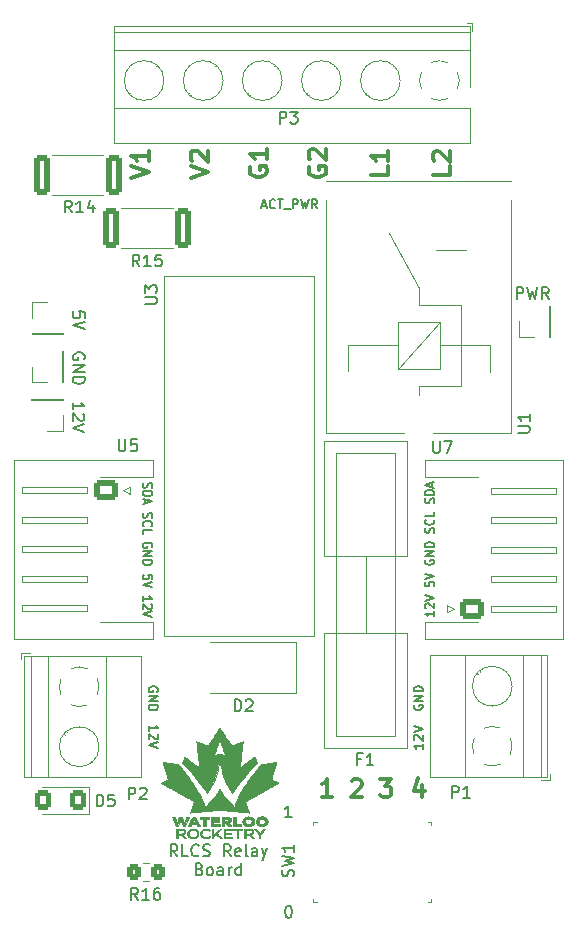
<source format=gto>
%TF.GenerationSoftware,KiCad,Pcbnew,(6.0.5)*%
%TF.CreationDate,2023-02-27T22:37:21-05:00*%
%TF.ProjectId,relay_board,72656c61-795f-4626-9f61-72642e6b6963,rev?*%
%TF.SameCoordinates,Original*%
%TF.FileFunction,Legend,Top*%
%TF.FilePolarity,Positive*%
%FSLAX46Y46*%
G04 Gerber Fmt 4.6, Leading zero omitted, Abs format (unit mm)*
G04 Created by KiCad (PCBNEW (6.0.5)) date 2023-02-27 22:37:21*
%MOMM*%
%LPD*%
G01*
G04 APERTURE LIST*
G04 Aperture macros list*
%AMRoundRect*
0 Rectangle with rounded corners*
0 $1 Rounding radius*
0 $2 $3 $4 $5 $6 $7 $8 $9 X,Y pos of 4 corners*
0 Add a 4 corners polygon primitive as box body*
4,1,4,$2,$3,$4,$5,$6,$7,$8,$9,$2,$3,0*
0 Add four circle primitives for the rounded corners*
1,1,$1+$1,$2,$3*
1,1,$1+$1,$4,$5*
1,1,$1+$1,$6,$7*
1,1,$1+$1,$8,$9*
0 Add four rect primitives between the rounded corners*
20,1,$1+$1,$2,$3,$4,$5,0*
20,1,$1+$1,$4,$5,$6,$7,0*
20,1,$1+$1,$6,$7,$8,$9,0*
20,1,$1+$1,$8,$9,$2,$3,0*%
G04 Aperture macros list end*
%ADD10C,0.300000*%
%ADD11C,0.150000*%
%ADD12C,0.149860*%
%ADD13C,0.127000*%
%ADD14C,0.120000*%
%ADD15C,0.100000*%
%ADD16C,0.010000*%
%ADD17R,1.700000X1.700000*%
%ADD18R,3.500000X2.300000*%
%ADD19C,2.350000*%
%ADD20R,2.600000X2.600000*%
%ADD21C,2.600000*%
%ADD22R,1.600000X1.600000*%
%ADD23C,1.600000*%
%ADD24C,3.000000*%
%ADD25RoundRect,0.250000X-0.725000X0.600000X-0.725000X-0.600000X0.725000X-0.600000X0.725000X0.600000X0*%
%ADD26O,1.950000X1.700000*%
%ADD27RoundRect,0.250000X0.725000X-0.600000X0.725000X0.600000X-0.725000X0.600000X-0.725000X-0.600000X0*%
%ADD28RoundRect,0.249999X0.450001X1.425001X-0.450001X1.425001X-0.450001X-1.425001X0.450001X-1.425001X0*%
%ADD29C,6.400000*%
%ADD30RoundRect,0.250000X-0.350000X-0.450000X0.350000X-0.450000X0.350000X0.450000X-0.350000X0.450000X0*%
%ADD31RoundRect,0.250001X0.462499X0.624999X-0.462499X0.624999X-0.462499X-0.624999X0.462499X-0.624999X0*%
G04 APERTURE END LIST*
D10*
X160928571Y-79750000D02*
X160928571Y-80464285D01*
X159428571Y-80464285D01*
X160928571Y-78464285D02*
X160928571Y-79321428D01*
X160928571Y-78892857D02*
X159428571Y-78892857D01*
X159642857Y-79035714D01*
X159785714Y-79178571D01*
X159857142Y-79321428D01*
X149250000Y-79821428D02*
X149178571Y-79964285D01*
X149178571Y-80178571D01*
X149250000Y-80392857D01*
X149392857Y-80535714D01*
X149535714Y-80607142D01*
X149821428Y-80678571D01*
X150035714Y-80678571D01*
X150321428Y-80607142D01*
X150464285Y-80535714D01*
X150607142Y-80392857D01*
X150678571Y-80178571D01*
X150678571Y-80035714D01*
X150607142Y-79821428D01*
X150535714Y-79750000D01*
X150035714Y-79750000D01*
X150035714Y-80035714D01*
X150678571Y-78321428D02*
X150678571Y-79178571D01*
X150678571Y-78750000D02*
X149178571Y-78750000D01*
X149392857Y-78892857D01*
X149535714Y-79035714D01*
X149607142Y-79178571D01*
X156181371Y-133147171D02*
X155324228Y-133147171D01*
X155752800Y-133147171D02*
X155752800Y-131647171D01*
X155609942Y-131861457D01*
X155467085Y-132004314D01*
X155324228Y-132075742D01*
X166178571Y-79750000D02*
X166178571Y-80464285D01*
X164678571Y-80464285D01*
X164821428Y-79321428D02*
X164750000Y-79250000D01*
X164678571Y-79107142D01*
X164678571Y-78750000D01*
X164750000Y-78607142D01*
X164821428Y-78535714D01*
X164964285Y-78464285D01*
X165107142Y-78464285D01*
X165321428Y-78535714D01*
X166178571Y-79392857D01*
X166178571Y-78464285D01*
X160252800Y-131647171D02*
X161181371Y-131647171D01*
X160681371Y-132218600D01*
X160895657Y-132218600D01*
X161038514Y-132290028D01*
X161109942Y-132361457D01*
X161181371Y-132504314D01*
X161181371Y-132861457D01*
X161109942Y-133004314D01*
X161038514Y-133075742D01*
X160895657Y-133147171D01*
X160467085Y-133147171D01*
X160324228Y-133075742D01*
X160252800Y-133004314D01*
D11*
X152428580Y-142378180D02*
X152523819Y-142378180D01*
X152619057Y-142425800D01*
X152666676Y-142473419D01*
X152714295Y-142568657D01*
X152761914Y-142759133D01*
X152761914Y-142997228D01*
X152714295Y-143187704D01*
X152666676Y-143282942D01*
X152619057Y-143330561D01*
X152523819Y-143378180D01*
X152428580Y-143378180D01*
X152333342Y-143330561D01*
X152285723Y-143282942D01*
X152238104Y-143187704D01*
X152190485Y-142997228D01*
X152190485Y-142759133D01*
X152238104Y-142568657D01*
X152285723Y-142473419D01*
X152333342Y-142425800D01*
X152428580Y-142378180D01*
D12*
X163819114Y-128640114D02*
X163819114Y-129075542D01*
X163819114Y-128857828D02*
X163057114Y-128857828D01*
X163165971Y-128930400D01*
X163238542Y-129002971D01*
X163274828Y-129075542D01*
X163129685Y-128349828D02*
X163093400Y-128313542D01*
X163057114Y-128240971D01*
X163057114Y-128059542D01*
X163093400Y-127986971D01*
X163129685Y-127950685D01*
X163202257Y-127914400D01*
X163274828Y-127914400D01*
X163383685Y-127950685D01*
X163819114Y-128386114D01*
X163819114Y-127914400D01*
X163057114Y-127696685D02*
X163819114Y-127442685D01*
X163057114Y-127188685D01*
X163093400Y-125370771D02*
X163057114Y-125443342D01*
X163057114Y-125552200D01*
X163093400Y-125661057D01*
X163165971Y-125733628D01*
X163238542Y-125769914D01*
X163383685Y-125806200D01*
X163492542Y-125806200D01*
X163637685Y-125769914D01*
X163710257Y-125733628D01*
X163782828Y-125661057D01*
X163819114Y-125552200D01*
X163819114Y-125479628D01*
X163782828Y-125370771D01*
X163746542Y-125334485D01*
X163492542Y-125334485D01*
X163492542Y-125479628D01*
X163819114Y-125007914D02*
X163057114Y-125007914D01*
X163819114Y-124572485D01*
X163057114Y-124572485D01*
X163819114Y-124209628D02*
X163057114Y-124209628D01*
X163057114Y-124028200D01*
X163093400Y-123919342D01*
X163165971Y-123846771D01*
X163238542Y-123810485D01*
X163383685Y-123774200D01*
X163492542Y-123774200D01*
X163637685Y-123810485D01*
X163710257Y-123846771D01*
X163782828Y-123919342D01*
X163819114Y-124028200D01*
X163819114Y-124209628D01*
D13*
X140163590Y-106578400D02*
X140125495Y-106680000D01*
X140125495Y-106849333D01*
X140163590Y-106917066D01*
X140201685Y-106950933D01*
X140277876Y-106984800D01*
X140354066Y-106984800D01*
X140430257Y-106950933D01*
X140468352Y-106917066D01*
X140506447Y-106849333D01*
X140544542Y-106713866D01*
X140582638Y-106646133D01*
X140620733Y-106612266D01*
X140696923Y-106578400D01*
X140773114Y-106578400D01*
X140849304Y-106612266D01*
X140887400Y-106646133D01*
X140925495Y-106713866D01*
X140925495Y-106883200D01*
X140887400Y-106984800D01*
X140125495Y-107289600D02*
X140925495Y-107289600D01*
X140925495Y-107458933D01*
X140887400Y-107560533D01*
X140811209Y-107628266D01*
X140735019Y-107662133D01*
X140582638Y-107696000D01*
X140468352Y-107696000D01*
X140315971Y-107662133D01*
X140239780Y-107628266D01*
X140163590Y-107560533D01*
X140125495Y-107458933D01*
X140125495Y-107289600D01*
X140354066Y-107966933D02*
X140354066Y-108305600D01*
X140125495Y-107899200D02*
X140925495Y-108136266D01*
X140125495Y-108373333D01*
X140163590Y-109118400D02*
X140125495Y-109220000D01*
X140125495Y-109389333D01*
X140163590Y-109457066D01*
X140201685Y-109490933D01*
X140277876Y-109524800D01*
X140354066Y-109524800D01*
X140430257Y-109490933D01*
X140468352Y-109457066D01*
X140506447Y-109389333D01*
X140544542Y-109253866D01*
X140582638Y-109186133D01*
X140620733Y-109152266D01*
X140696923Y-109118400D01*
X140773114Y-109118400D01*
X140849304Y-109152266D01*
X140887400Y-109186133D01*
X140925495Y-109253866D01*
X140925495Y-109423200D01*
X140887400Y-109524800D01*
X140201685Y-110236000D02*
X140163590Y-110202133D01*
X140125495Y-110100533D01*
X140125495Y-110032800D01*
X140163590Y-109931200D01*
X140239780Y-109863466D01*
X140315971Y-109829600D01*
X140468352Y-109795733D01*
X140582638Y-109795733D01*
X140735019Y-109829600D01*
X140811209Y-109863466D01*
X140887400Y-109931200D01*
X140925495Y-110032800D01*
X140925495Y-110100533D01*
X140887400Y-110202133D01*
X140849304Y-110236000D01*
X140125495Y-110879466D02*
X140125495Y-110540800D01*
X140925495Y-110540800D01*
X140887400Y-112030933D02*
X140925495Y-111963200D01*
X140925495Y-111861600D01*
X140887400Y-111760000D01*
X140811209Y-111692266D01*
X140735019Y-111658400D01*
X140582638Y-111624533D01*
X140468352Y-111624533D01*
X140315971Y-111658400D01*
X140239780Y-111692266D01*
X140163590Y-111760000D01*
X140125495Y-111861600D01*
X140125495Y-111929333D01*
X140163590Y-112030933D01*
X140201685Y-112064800D01*
X140468352Y-112064800D01*
X140468352Y-111929333D01*
X140125495Y-112369600D02*
X140925495Y-112369600D01*
X140125495Y-112776000D01*
X140925495Y-112776000D01*
X140125495Y-113114666D02*
X140925495Y-113114666D01*
X140925495Y-113284000D01*
X140887400Y-113385600D01*
X140811209Y-113453333D01*
X140735019Y-113487200D01*
X140582638Y-113521066D01*
X140468352Y-113521066D01*
X140315971Y-113487200D01*
X140239780Y-113453333D01*
X140163590Y-113385600D01*
X140125495Y-113284000D01*
X140125495Y-113114666D01*
X140925495Y-114706400D02*
X140925495Y-114367733D01*
X140544542Y-114333866D01*
X140582638Y-114367733D01*
X140620733Y-114435466D01*
X140620733Y-114604800D01*
X140582638Y-114672533D01*
X140544542Y-114706400D01*
X140468352Y-114740266D01*
X140277876Y-114740266D01*
X140201685Y-114706400D01*
X140163590Y-114672533D01*
X140125495Y-114604800D01*
X140125495Y-114435466D01*
X140163590Y-114367733D01*
X140201685Y-114333866D01*
X140925495Y-114943466D02*
X140125495Y-115180533D01*
X140925495Y-115417600D01*
X140125495Y-116569066D02*
X140125495Y-116162666D01*
X140125495Y-116365866D02*
X140925495Y-116365866D01*
X140811209Y-116298133D01*
X140735019Y-116230400D01*
X140696923Y-116162666D01*
X140849304Y-116840000D02*
X140887400Y-116873866D01*
X140925495Y-116941600D01*
X140925495Y-117110933D01*
X140887400Y-117178666D01*
X140849304Y-117212533D01*
X140773114Y-117246400D01*
X140696923Y-117246400D01*
X140582638Y-117212533D01*
X140125495Y-116806133D01*
X140125495Y-117246400D01*
X140925495Y-117449600D02*
X140125495Y-117686666D01*
X140925495Y-117923733D01*
D11*
X134193019Y-100345952D02*
X134193019Y-99774523D01*
X134193019Y-100060238D02*
X135193019Y-100060238D01*
X135050161Y-99965000D01*
X134954923Y-99869761D01*
X134907304Y-99774523D01*
X135097780Y-100726904D02*
X135145400Y-100774523D01*
X135193019Y-100869761D01*
X135193019Y-101107857D01*
X135145400Y-101203095D01*
X135097780Y-101250714D01*
X135002542Y-101298333D01*
X134907304Y-101298333D01*
X134764447Y-101250714D01*
X134193019Y-100679285D01*
X134193019Y-101298333D01*
X135193019Y-101584047D02*
X134193019Y-101917380D01*
X135193019Y-102250714D01*
X143056409Y-138178980D02*
X142723076Y-137702790D01*
X142484980Y-138178980D02*
X142484980Y-137178980D01*
X142865933Y-137178980D01*
X142961171Y-137226600D01*
X143008790Y-137274219D01*
X143056409Y-137369457D01*
X143056409Y-137512314D01*
X143008790Y-137607552D01*
X142961171Y-137655171D01*
X142865933Y-137702790D01*
X142484980Y-137702790D01*
X143961171Y-138178980D02*
X143484980Y-138178980D01*
X143484980Y-137178980D01*
X144865933Y-138083742D02*
X144818314Y-138131361D01*
X144675457Y-138178980D01*
X144580219Y-138178980D01*
X144437361Y-138131361D01*
X144342123Y-138036123D01*
X144294504Y-137940885D01*
X144246885Y-137750409D01*
X144246885Y-137607552D01*
X144294504Y-137417076D01*
X144342123Y-137321838D01*
X144437361Y-137226600D01*
X144580219Y-137178980D01*
X144675457Y-137178980D01*
X144818314Y-137226600D01*
X144865933Y-137274219D01*
X145246885Y-138131361D02*
X145389742Y-138178980D01*
X145627838Y-138178980D01*
X145723076Y-138131361D01*
X145770695Y-138083742D01*
X145818314Y-137988504D01*
X145818314Y-137893266D01*
X145770695Y-137798028D01*
X145723076Y-137750409D01*
X145627838Y-137702790D01*
X145437361Y-137655171D01*
X145342123Y-137607552D01*
X145294504Y-137559933D01*
X145246885Y-137464695D01*
X145246885Y-137369457D01*
X145294504Y-137274219D01*
X145342123Y-137226600D01*
X145437361Y-137178980D01*
X145675457Y-137178980D01*
X145818314Y-137226600D01*
X147580219Y-138178980D02*
X147246885Y-137702790D01*
X147008790Y-138178980D02*
X147008790Y-137178980D01*
X147389742Y-137178980D01*
X147484980Y-137226600D01*
X147532600Y-137274219D01*
X147580219Y-137369457D01*
X147580219Y-137512314D01*
X147532600Y-137607552D01*
X147484980Y-137655171D01*
X147389742Y-137702790D01*
X147008790Y-137702790D01*
X148389742Y-138131361D02*
X148294504Y-138178980D01*
X148104028Y-138178980D01*
X148008790Y-138131361D01*
X147961171Y-138036123D01*
X147961171Y-137655171D01*
X148008790Y-137559933D01*
X148104028Y-137512314D01*
X148294504Y-137512314D01*
X148389742Y-137559933D01*
X148437361Y-137655171D01*
X148437361Y-137750409D01*
X147961171Y-137845647D01*
X149008790Y-138178980D02*
X148913552Y-138131361D01*
X148865933Y-138036123D01*
X148865933Y-137178980D01*
X149818314Y-138178980D02*
X149818314Y-137655171D01*
X149770695Y-137559933D01*
X149675457Y-137512314D01*
X149484980Y-137512314D01*
X149389742Y-137559933D01*
X149818314Y-138131361D02*
X149723076Y-138178980D01*
X149484980Y-138178980D01*
X149389742Y-138131361D01*
X149342123Y-138036123D01*
X149342123Y-137940885D01*
X149389742Y-137845647D01*
X149484980Y-137798028D01*
X149723076Y-137798028D01*
X149818314Y-137750409D01*
X150199266Y-137512314D02*
X150437361Y-138178980D01*
X150675457Y-137512314D02*
X150437361Y-138178980D01*
X150342123Y-138417076D01*
X150294504Y-138464695D01*
X150199266Y-138512314D01*
X144937361Y-139265171D02*
X145080219Y-139312790D01*
X145127838Y-139360409D01*
X145175457Y-139455647D01*
X145175457Y-139598504D01*
X145127838Y-139693742D01*
X145080219Y-139741361D01*
X144984980Y-139788980D01*
X144604028Y-139788980D01*
X144604028Y-138788980D01*
X144937361Y-138788980D01*
X145032600Y-138836600D01*
X145080219Y-138884219D01*
X145127838Y-138979457D01*
X145127838Y-139074695D01*
X145080219Y-139169933D01*
X145032600Y-139217552D01*
X144937361Y-139265171D01*
X144604028Y-139265171D01*
X145746885Y-139788980D02*
X145651647Y-139741361D01*
X145604028Y-139693742D01*
X145556409Y-139598504D01*
X145556409Y-139312790D01*
X145604028Y-139217552D01*
X145651647Y-139169933D01*
X145746885Y-139122314D01*
X145889742Y-139122314D01*
X145984980Y-139169933D01*
X146032600Y-139217552D01*
X146080219Y-139312790D01*
X146080219Y-139598504D01*
X146032600Y-139693742D01*
X145984980Y-139741361D01*
X145889742Y-139788980D01*
X145746885Y-139788980D01*
X146937361Y-139788980D02*
X146937361Y-139265171D01*
X146889742Y-139169933D01*
X146794504Y-139122314D01*
X146604028Y-139122314D01*
X146508790Y-139169933D01*
X146937361Y-139741361D02*
X146842123Y-139788980D01*
X146604028Y-139788980D01*
X146508790Y-139741361D01*
X146461171Y-139646123D01*
X146461171Y-139550885D01*
X146508790Y-139455647D01*
X146604028Y-139408028D01*
X146842123Y-139408028D01*
X146937361Y-139360409D01*
X147413552Y-139788980D02*
X147413552Y-139122314D01*
X147413552Y-139312790D02*
X147461171Y-139217552D01*
X147508790Y-139169933D01*
X147604028Y-139122314D01*
X147699266Y-139122314D01*
X148461171Y-139788980D02*
X148461171Y-138788980D01*
X148461171Y-139741361D02*
X148365933Y-139788980D01*
X148175457Y-139788980D01*
X148080219Y-139741361D01*
X148032600Y-139693742D01*
X147984980Y-139598504D01*
X147984980Y-139312790D01*
X148032600Y-139217552D01*
X148080219Y-139169933D01*
X148175457Y-139122314D01*
X148365933Y-139122314D01*
X148461171Y-139169933D01*
X152736514Y-134894580D02*
X152165085Y-134894580D01*
X152450800Y-134894580D02*
X152450800Y-133894580D01*
X152355561Y-134037438D01*
X152260323Y-134132676D01*
X152165085Y-134180295D01*
D10*
X144178571Y-80714285D02*
X145678571Y-80214285D01*
X144178571Y-79714285D01*
X144321428Y-79285714D02*
X144250000Y-79214285D01*
X144178571Y-79071428D01*
X144178571Y-78714285D01*
X144250000Y-78571428D01*
X144321428Y-78500000D01*
X144464285Y-78428571D01*
X144607142Y-78428571D01*
X144821428Y-78500000D01*
X145678571Y-79357142D01*
X145678571Y-78428571D01*
D12*
X141376400Y-124235028D02*
X141412685Y-124162457D01*
X141412685Y-124053600D01*
X141376400Y-123944742D01*
X141303828Y-123872171D01*
X141231257Y-123835885D01*
X141086114Y-123799600D01*
X140977257Y-123799600D01*
X140832114Y-123835885D01*
X140759542Y-123872171D01*
X140686971Y-123944742D01*
X140650685Y-124053600D01*
X140650685Y-124126171D01*
X140686971Y-124235028D01*
X140723257Y-124271314D01*
X140977257Y-124271314D01*
X140977257Y-124126171D01*
X140650685Y-124597885D02*
X141412685Y-124597885D01*
X140650685Y-125033314D01*
X141412685Y-125033314D01*
X140650685Y-125396171D02*
X141412685Y-125396171D01*
X141412685Y-125577600D01*
X141376400Y-125686457D01*
X141303828Y-125759028D01*
X141231257Y-125795314D01*
X141086114Y-125831600D01*
X140977257Y-125831600D01*
X140832114Y-125795314D01*
X140759542Y-125759028D01*
X140686971Y-125686457D01*
X140650685Y-125577600D01*
X140650685Y-125396171D01*
D10*
X139178571Y-80714285D02*
X140678571Y-80214285D01*
X139178571Y-79714285D01*
X140678571Y-78428571D02*
X140678571Y-79285714D01*
X140678571Y-78857142D02*
X139178571Y-78857142D01*
X139392857Y-79000000D01*
X139535714Y-79142857D01*
X139607142Y-79285714D01*
X154250000Y-79821428D02*
X154178571Y-79964285D01*
X154178571Y-80178571D01*
X154250000Y-80392857D01*
X154392857Y-80535714D01*
X154535714Y-80607142D01*
X154821428Y-80678571D01*
X155035714Y-80678571D01*
X155321428Y-80607142D01*
X155464285Y-80535714D01*
X155607142Y-80392857D01*
X155678571Y-80178571D01*
X155678571Y-80035714D01*
X155607142Y-79821428D01*
X155535714Y-79750000D01*
X155035714Y-79750000D01*
X155035714Y-80035714D01*
X154321428Y-79178571D02*
X154250000Y-79107142D01*
X154178571Y-78964285D01*
X154178571Y-78607142D01*
X154250000Y-78464285D01*
X154321428Y-78392857D01*
X154464285Y-78321428D01*
X154607142Y-78321428D01*
X154821428Y-78392857D01*
X155678571Y-79250000D01*
X155678571Y-78321428D01*
D11*
X135218419Y-92570323D02*
X135218419Y-92094133D01*
X134742228Y-92046514D01*
X134789847Y-92094133D01*
X134837466Y-92189371D01*
X134837466Y-92427466D01*
X134789847Y-92522704D01*
X134742228Y-92570323D01*
X134646990Y-92617942D01*
X134408895Y-92617942D01*
X134313657Y-92570323D01*
X134266038Y-92522704D01*
X134218419Y-92427466D01*
X134218419Y-92189371D01*
X134266038Y-92094133D01*
X134313657Y-92046514D01*
X135218419Y-92903657D02*
X134218419Y-93236990D01*
X135218419Y-93570323D01*
D13*
X164826904Y-117424200D02*
X164826904Y-117830600D01*
X164826904Y-117627400D02*
X164026904Y-117627400D01*
X164141190Y-117695133D01*
X164217380Y-117762866D01*
X164255476Y-117830600D01*
X164103095Y-117153266D02*
X164065000Y-117119400D01*
X164026904Y-117051666D01*
X164026904Y-116882333D01*
X164065000Y-116814600D01*
X164103095Y-116780733D01*
X164179285Y-116746866D01*
X164255476Y-116746866D01*
X164369761Y-116780733D01*
X164826904Y-117187133D01*
X164826904Y-116746866D01*
X164026904Y-116543666D02*
X164826904Y-116306600D01*
X164026904Y-116069533D01*
X164026904Y-114951933D02*
X164026904Y-115290600D01*
X164407857Y-115324466D01*
X164369761Y-115290600D01*
X164331666Y-115222866D01*
X164331666Y-115053533D01*
X164369761Y-114985800D01*
X164407857Y-114951933D01*
X164484047Y-114918066D01*
X164674523Y-114918066D01*
X164750714Y-114951933D01*
X164788809Y-114985800D01*
X164826904Y-115053533D01*
X164826904Y-115222866D01*
X164788809Y-115290600D01*
X164750714Y-115324466D01*
X164026904Y-114714866D02*
X164826904Y-114477800D01*
X164026904Y-114240733D01*
X164065000Y-113089266D02*
X164026904Y-113157000D01*
X164026904Y-113258600D01*
X164065000Y-113360200D01*
X164141190Y-113427933D01*
X164217380Y-113461800D01*
X164369761Y-113495666D01*
X164484047Y-113495666D01*
X164636428Y-113461800D01*
X164712619Y-113427933D01*
X164788809Y-113360200D01*
X164826904Y-113258600D01*
X164826904Y-113190866D01*
X164788809Y-113089266D01*
X164750714Y-113055400D01*
X164484047Y-113055400D01*
X164484047Y-113190866D01*
X164826904Y-112750600D02*
X164026904Y-112750600D01*
X164826904Y-112344200D01*
X164026904Y-112344200D01*
X164826904Y-112005533D02*
X164026904Y-112005533D01*
X164026904Y-111836200D01*
X164065000Y-111734600D01*
X164141190Y-111666866D01*
X164217380Y-111633000D01*
X164369761Y-111599133D01*
X164484047Y-111599133D01*
X164636428Y-111633000D01*
X164712619Y-111666866D01*
X164788809Y-111734600D01*
X164826904Y-111836200D01*
X164826904Y-112005533D01*
X164788809Y-110786333D02*
X164826904Y-110684733D01*
X164826904Y-110515400D01*
X164788809Y-110447666D01*
X164750714Y-110413800D01*
X164674523Y-110379933D01*
X164598333Y-110379933D01*
X164522142Y-110413800D01*
X164484047Y-110447666D01*
X164445952Y-110515400D01*
X164407857Y-110650866D01*
X164369761Y-110718600D01*
X164331666Y-110752466D01*
X164255476Y-110786333D01*
X164179285Y-110786333D01*
X164103095Y-110752466D01*
X164065000Y-110718600D01*
X164026904Y-110650866D01*
X164026904Y-110481533D01*
X164065000Y-110379933D01*
X164750714Y-109668733D02*
X164788809Y-109702600D01*
X164826904Y-109804200D01*
X164826904Y-109871933D01*
X164788809Y-109973533D01*
X164712619Y-110041266D01*
X164636428Y-110075133D01*
X164484047Y-110109000D01*
X164369761Y-110109000D01*
X164217380Y-110075133D01*
X164141190Y-110041266D01*
X164065000Y-109973533D01*
X164026904Y-109871933D01*
X164026904Y-109804200D01*
X164065000Y-109702600D01*
X164103095Y-109668733D01*
X164826904Y-109025266D02*
X164826904Y-109363933D01*
X164026904Y-109363933D01*
X164788809Y-108280200D02*
X164826904Y-108178600D01*
X164826904Y-108009266D01*
X164788809Y-107941533D01*
X164750714Y-107907666D01*
X164674523Y-107873800D01*
X164598333Y-107873800D01*
X164522142Y-107907666D01*
X164484047Y-107941533D01*
X164445952Y-108009266D01*
X164407857Y-108144733D01*
X164369761Y-108212466D01*
X164331666Y-108246333D01*
X164255476Y-108280200D01*
X164179285Y-108280200D01*
X164103095Y-108246333D01*
X164065000Y-108212466D01*
X164026904Y-108144733D01*
X164026904Y-107975400D01*
X164065000Y-107873800D01*
X164826904Y-107569000D02*
X164026904Y-107569000D01*
X164026904Y-107399666D01*
X164065000Y-107298066D01*
X164141190Y-107230333D01*
X164217380Y-107196466D01*
X164369761Y-107162600D01*
X164484047Y-107162600D01*
X164636428Y-107196466D01*
X164712619Y-107230333D01*
X164788809Y-107298066D01*
X164826904Y-107399666D01*
X164826904Y-107569000D01*
X164598333Y-106891666D02*
X164598333Y-106553000D01*
X164826904Y-106959400D02*
X164026904Y-106722333D01*
X164826904Y-106485266D01*
D11*
X171793066Y-91003380D02*
X171793066Y-90003380D01*
X172174019Y-90003380D01*
X172269257Y-90051000D01*
X172316876Y-90098619D01*
X172364495Y-90193857D01*
X172364495Y-90336714D01*
X172316876Y-90431952D01*
X172269257Y-90479571D01*
X172174019Y-90527190D01*
X171793066Y-90527190D01*
X172697828Y-90003380D02*
X172935923Y-91003380D01*
X173126400Y-90289095D01*
X173316876Y-91003380D01*
X173554971Y-90003380D01*
X174507352Y-91003380D02*
X174174019Y-90527190D01*
X173935923Y-91003380D02*
X173935923Y-90003380D01*
X174316876Y-90003380D01*
X174412114Y-90051000D01*
X174459733Y-90098619D01*
X174507352Y-90193857D01*
X174507352Y-90336714D01*
X174459733Y-90431952D01*
X174412114Y-90479571D01*
X174316876Y-90527190D01*
X173935923Y-90527190D01*
D12*
X140701485Y-127544285D02*
X140701485Y-127108857D01*
X140701485Y-127326571D02*
X141463485Y-127326571D01*
X141354628Y-127254000D01*
X141282057Y-127181428D01*
X141245771Y-127108857D01*
X141390914Y-127834571D02*
X141427200Y-127870857D01*
X141463485Y-127943428D01*
X141463485Y-128124857D01*
X141427200Y-128197428D01*
X141390914Y-128233714D01*
X141318342Y-128270000D01*
X141245771Y-128270000D01*
X141136914Y-128233714D01*
X140701485Y-127798285D01*
X140701485Y-128270000D01*
X141463485Y-128487714D02*
X140701485Y-128741714D01*
X141463485Y-128995714D01*
X150211971Y-83108800D02*
X150574828Y-83108800D01*
X150139400Y-83326514D02*
X150393400Y-82564514D01*
X150647400Y-83326514D01*
X151336828Y-83253942D02*
X151300542Y-83290228D01*
X151191685Y-83326514D01*
X151119114Y-83326514D01*
X151010257Y-83290228D01*
X150937685Y-83217657D01*
X150901400Y-83145085D01*
X150865114Y-82999942D01*
X150865114Y-82891085D01*
X150901400Y-82745942D01*
X150937685Y-82673371D01*
X151010257Y-82600800D01*
X151119114Y-82564514D01*
X151191685Y-82564514D01*
X151300542Y-82600800D01*
X151336828Y-82637085D01*
X151554542Y-82564514D02*
X151989971Y-82564514D01*
X151772257Y-83326514D02*
X151772257Y-82564514D01*
X152062542Y-83399085D02*
X152643114Y-83399085D01*
X152824542Y-83326514D02*
X152824542Y-82564514D01*
X153114828Y-82564514D01*
X153187400Y-82600800D01*
X153223685Y-82637085D01*
X153259971Y-82709657D01*
X153259971Y-82818514D01*
X153223685Y-82891085D01*
X153187400Y-82927371D01*
X153114828Y-82963657D01*
X152824542Y-82963657D01*
X153513971Y-82564514D02*
X153695400Y-83326514D01*
X153840542Y-82782228D01*
X153985685Y-83326514D01*
X154167114Y-82564514D01*
X154892828Y-83326514D02*
X154638828Y-82963657D01*
X154457400Y-83326514D02*
X154457400Y-82564514D01*
X154747685Y-82564514D01*
X154820257Y-82600800D01*
X154856542Y-82637085D01*
X154892828Y-82709657D01*
X154892828Y-82818514D01*
X154856542Y-82891085D01*
X154820257Y-82927371D01*
X154747685Y-82963657D01*
X154457400Y-82963657D01*
D11*
X135170800Y-96088295D02*
X135218419Y-95993057D01*
X135218419Y-95850200D01*
X135170800Y-95707342D01*
X135075561Y-95612104D01*
X134980323Y-95564485D01*
X134789847Y-95516866D01*
X134646990Y-95516866D01*
X134456514Y-95564485D01*
X134361276Y-95612104D01*
X134266038Y-95707342D01*
X134218419Y-95850200D01*
X134218419Y-95945438D01*
X134266038Y-96088295D01*
X134313657Y-96135914D01*
X134646990Y-96135914D01*
X134646990Y-95945438D01*
X134218419Y-96564485D02*
X135218419Y-96564485D01*
X134218419Y-97135914D01*
X135218419Y-97135914D01*
X134218419Y-97612104D02*
X135218419Y-97612104D01*
X135218419Y-97850200D01*
X135170800Y-97993057D01*
X135075561Y-98088295D01*
X134980323Y-98135914D01*
X134789847Y-98183533D01*
X134646990Y-98183533D01*
X134456514Y-98135914D01*
X134361276Y-98088295D01*
X134266038Y-97993057D01*
X134218419Y-97850200D01*
X134218419Y-97612104D01*
D10*
X163788514Y-132147171D02*
X163788514Y-133147171D01*
X163431371Y-131575742D02*
X163074228Y-132647171D01*
X164002800Y-132647171D01*
X157824228Y-131790028D02*
X157895657Y-131718600D01*
X158038514Y-131647171D01*
X158395657Y-131647171D01*
X158538514Y-131718600D01*
X158609942Y-131790028D01*
X158681371Y-131932885D01*
X158681371Y-132075742D01*
X158609942Y-132290028D01*
X157752800Y-133147171D01*
X158681371Y-133147171D01*
D11*
X147902704Y-125902980D02*
X147902704Y-124902980D01*
X148140800Y-124902980D01*
X148283657Y-124950600D01*
X148378895Y-125045838D01*
X148426514Y-125141076D01*
X148474133Y-125331552D01*
X148474133Y-125474409D01*
X148426514Y-125664885D01*
X148378895Y-125760123D01*
X148283657Y-125855361D01*
X148140800Y-125902980D01*
X147902704Y-125902980D01*
X148855085Y-124998219D02*
X148902704Y-124950600D01*
X148997942Y-124902980D01*
X149236038Y-124902980D01*
X149331276Y-124950600D01*
X149378895Y-124998219D01*
X149426514Y-125093457D01*
X149426514Y-125188695D01*
X149378895Y-125331552D01*
X148807466Y-125902980D01*
X149426514Y-125902980D01*
X158619866Y-129925771D02*
X158286533Y-129925771D01*
X158286533Y-130449580D02*
X158286533Y-129449580D01*
X158762723Y-129449580D01*
X159667485Y-130449580D02*
X159096057Y-130449580D01*
X159381771Y-130449580D02*
X159381771Y-129449580D01*
X159286533Y-129592438D01*
X159191295Y-129687676D01*
X159096057Y-129735295D01*
X166316104Y-133225780D02*
X166316104Y-132225780D01*
X166697057Y-132225780D01*
X166792295Y-132273400D01*
X166839914Y-132321019D01*
X166887533Y-132416257D01*
X166887533Y-132559114D01*
X166839914Y-132654352D01*
X166792295Y-132701971D01*
X166697057Y-132749590D01*
X166316104Y-132749590D01*
X167839914Y-133225780D02*
X167268485Y-133225780D01*
X167554200Y-133225780D02*
X167554200Y-132225780D01*
X167458961Y-132368638D01*
X167363723Y-132463876D01*
X167268485Y-132511495D01*
X152880961Y-139890333D02*
X152928580Y-139747476D01*
X152928580Y-139509380D01*
X152880961Y-139414142D01*
X152833342Y-139366523D01*
X152738104Y-139318904D01*
X152642866Y-139318904D01*
X152547628Y-139366523D01*
X152500009Y-139414142D01*
X152452390Y-139509380D01*
X152404771Y-139699857D01*
X152357152Y-139795095D01*
X152309533Y-139842714D01*
X152214295Y-139890333D01*
X152119057Y-139890333D01*
X152023819Y-139842714D01*
X151976200Y-139795095D01*
X151928580Y-139699857D01*
X151928580Y-139461761D01*
X151976200Y-139318904D01*
X151928580Y-138985571D02*
X152928580Y-138747476D01*
X152214295Y-138557000D01*
X152928580Y-138366523D01*
X151928580Y-138128428D01*
X152928580Y-137223666D02*
X152928580Y-137795095D01*
X152928580Y-137509380D02*
X151928580Y-137509380D01*
X152071438Y-137604619D01*
X152166676Y-137699857D01*
X152214295Y-137795095D01*
X171892980Y-102311104D02*
X172702504Y-102311104D01*
X172797742Y-102263485D01*
X172845361Y-102215866D01*
X172892980Y-102120628D01*
X172892980Y-101930152D01*
X172845361Y-101834914D01*
X172797742Y-101787295D01*
X172702504Y-101739676D01*
X171892980Y-101739676D01*
X172892980Y-100739676D02*
X172892980Y-101311104D01*
X172892980Y-101025390D02*
X171892980Y-101025390D01*
X172035838Y-101120628D01*
X172131076Y-101215866D01*
X172178695Y-101311104D01*
X140320780Y-91414504D02*
X141130304Y-91414504D01*
X141225542Y-91366885D01*
X141273161Y-91319266D01*
X141320780Y-91224028D01*
X141320780Y-91033552D01*
X141273161Y-90938314D01*
X141225542Y-90890695D01*
X141130304Y-90843076D01*
X140320780Y-90843076D01*
X140320780Y-90462123D02*
X140320780Y-89843076D01*
X140701733Y-90176409D01*
X140701733Y-90033552D01*
X140749352Y-89938314D01*
X140796971Y-89890695D01*
X140892209Y-89843076D01*
X141130304Y-89843076D01*
X141225542Y-89890695D01*
X141273161Y-89938314D01*
X141320780Y-90033552D01*
X141320780Y-90319266D01*
X141273161Y-90414504D01*
X141225542Y-90462123D01*
X138099895Y-102881180D02*
X138099895Y-103690704D01*
X138147514Y-103785942D01*
X138195133Y-103833561D01*
X138290371Y-103881180D01*
X138480847Y-103881180D01*
X138576085Y-103833561D01*
X138623704Y-103785942D01*
X138671323Y-103690704D01*
X138671323Y-102881180D01*
X139623704Y-102881180D02*
X139147514Y-102881180D01*
X139099895Y-103357371D01*
X139147514Y-103309752D01*
X139242752Y-103262133D01*
X139480847Y-103262133D01*
X139576085Y-103309752D01*
X139623704Y-103357371D01*
X139671323Y-103452609D01*
X139671323Y-103690704D01*
X139623704Y-103785942D01*
X139576085Y-103833561D01*
X139480847Y-103881180D01*
X139242752Y-103881180D01*
X139147514Y-103833561D01*
X139099895Y-103785942D01*
X164719095Y-103033580D02*
X164719095Y-103843104D01*
X164766714Y-103938342D01*
X164814333Y-103985961D01*
X164909571Y-104033580D01*
X165100047Y-104033580D01*
X165195285Y-103985961D01*
X165242904Y-103938342D01*
X165290523Y-103843104D01*
X165290523Y-103033580D01*
X165671476Y-103033580D02*
X166338142Y-103033580D01*
X165909571Y-104033580D01*
X134129542Y-83662780D02*
X133796209Y-83186590D01*
X133558114Y-83662780D02*
X133558114Y-82662780D01*
X133939066Y-82662780D01*
X134034304Y-82710400D01*
X134081923Y-82758019D01*
X134129542Y-82853257D01*
X134129542Y-82996114D01*
X134081923Y-83091352D01*
X134034304Y-83138971D01*
X133939066Y-83186590D01*
X133558114Y-83186590D01*
X135081923Y-83662780D02*
X134510495Y-83662780D01*
X134796209Y-83662780D02*
X134796209Y-82662780D01*
X134700971Y-82805638D01*
X134605733Y-82900876D01*
X134510495Y-82948495D01*
X135939066Y-82996114D02*
X135939066Y-83662780D01*
X135700971Y-82615161D02*
X135462876Y-83329447D01*
X136081923Y-83329447D01*
X139857142Y-88234780D02*
X139523809Y-87758590D01*
X139285714Y-88234780D02*
X139285714Y-87234780D01*
X139666666Y-87234780D01*
X139761904Y-87282400D01*
X139809523Y-87330019D01*
X139857142Y-87425257D01*
X139857142Y-87568114D01*
X139809523Y-87663352D01*
X139761904Y-87710971D01*
X139666666Y-87758590D01*
X139285714Y-87758590D01*
X140809523Y-88234780D02*
X140238095Y-88234780D01*
X140523809Y-88234780D02*
X140523809Y-87234780D01*
X140428571Y-87377638D01*
X140333333Y-87472876D01*
X140238095Y-87520495D01*
X141714285Y-87234780D02*
X141238095Y-87234780D01*
X141190476Y-87710971D01*
X141238095Y-87663352D01*
X141333333Y-87615733D01*
X141571428Y-87615733D01*
X141666666Y-87663352D01*
X141714285Y-87710971D01*
X141761904Y-87806209D01*
X141761904Y-88044304D01*
X141714285Y-88139542D01*
X141666666Y-88187161D01*
X141571428Y-88234780D01*
X141333333Y-88234780D01*
X141238095Y-88187161D01*
X141190476Y-88139542D01*
X151712704Y-76144380D02*
X151712704Y-75144380D01*
X152093657Y-75144380D01*
X152188895Y-75192000D01*
X152236514Y-75239619D01*
X152284133Y-75334857D01*
X152284133Y-75477714D01*
X152236514Y-75572952D01*
X152188895Y-75620571D01*
X152093657Y-75668190D01*
X151712704Y-75668190D01*
X152617466Y-75144380D02*
X153236514Y-75144380D01*
X152903180Y-75525333D01*
X153046038Y-75525333D01*
X153141276Y-75572952D01*
X153188895Y-75620571D01*
X153236514Y-75715809D01*
X153236514Y-75953904D01*
X153188895Y-76049142D01*
X153141276Y-76096761D01*
X153046038Y-76144380D01*
X152760323Y-76144380D01*
X152665085Y-76096761D01*
X152617466Y-76049142D01*
X138936504Y-133370580D02*
X138936504Y-132370580D01*
X139317457Y-132370580D01*
X139412695Y-132418200D01*
X139460314Y-132465819D01*
X139507933Y-132561057D01*
X139507933Y-132703914D01*
X139460314Y-132799152D01*
X139412695Y-132846771D01*
X139317457Y-132894390D01*
X138936504Y-132894390D01*
X139888885Y-132465819D02*
X139936504Y-132418200D01*
X140031742Y-132370580D01*
X140269838Y-132370580D01*
X140365076Y-132418200D01*
X140412695Y-132465819D01*
X140460314Y-132561057D01*
X140460314Y-132656295D01*
X140412695Y-132799152D01*
X139841266Y-133370580D01*
X140460314Y-133370580D01*
X139717542Y-141854180D02*
X139384209Y-141377990D01*
X139146114Y-141854180D02*
X139146114Y-140854180D01*
X139527066Y-140854180D01*
X139622304Y-140901800D01*
X139669923Y-140949419D01*
X139717542Y-141044657D01*
X139717542Y-141187514D01*
X139669923Y-141282752D01*
X139622304Y-141330371D01*
X139527066Y-141377990D01*
X139146114Y-141377990D01*
X140669923Y-141854180D02*
X140098495Y-141854180D01*
X140384209Y-141854180D02*
X140384209Y-140854180D01*
X140288971Y-140997038D01*
X140193733Y-141092276D01*
X140098495Y-141139895D01*
X141527066Y-140854180D02*
X141336590Y-140854180D01*
X141241352Y-140901800D01*
X141193733Y-140949419D01*
X141098495Y-141092276D01*
X141050876Y-141282752D01*
X141050876Y-141663704D01*
X141098495Y-141758942D01*
X141146114Y-141806561D01*
X141241352Y-141854180D01*
X141431828Y-141854180D01*
X141527066Y-141806561D01*
X141574685Y-141758942D01*
X141622304Y-141663704D01*
X141622304Y-141425609D01*
X141574685Y-141330371D01*
X141527066Y-141282752D01*
X141431828Y-141235133D01*
X141241352Y-141235133D01*
X141146114Y-141282752D01*
X141098495Y-141330371D01*
X141050876Y-141425609D01*
X136218704Y-133954780D02*
X136218704Y-132954780D01*
X136456800Y-132954780D01*
X136599657Y-133002400D01*
X136694895Y-133097638D01*
X136742514Y-133192876D01*
X136790133Y-133383352D01*
X136790133Y-133526209D01*
X136742514Y-133716685D01*
X136694895Y-133811923D01*
X136599657Y-133907161D01*
X136456800Y-133954780D01*
X136218704Y-133954780D01*
X137694895Y-132954780D02*
X137218704Y-132954780D01*
X137171085Y-133430971D01*
X137218704Y-133383352D01*
X137313942Y-133335733D01*
X137552038Y-133335733D01*
X137647276Y-133383352D01*
X137694895Y-133430971D01*
X137742514Y-133526209D01*
X137742514Y-133764304D01*
X137694895Y-133859542D01*
X137647276Y-133907161D01*
X137552038Y-133954780D01*
X137313942Y-133954780D01*
X137218704Y-133907161D01*
X137171085Y-133859542D01*
D14*
X132054600Y-98053200D02*
X130724600Y-98053200D01*
X133324600Y-98053200D02*
X133384600Y-98053200D01*
X133384600Y-95393200D02*
X133324600Y-95393200D01*
X130724600Y-98053200D02*
X130724600Y-96723200D01*
X133384600Y-98053200D02*
X133384600Y-95393200D01*
X133324600Y-95393200D02*
X133324600Y-98053200D01*
X130699200Y-99482600D02*
X130699200Y-99542600D01*
X133359200Y-100812600D02*
X133359200Y-102142600D01*
X130699200Y-99542600D02*
X133359200Y-99542600D01*
X133359200Y-99542600D02*
X133359200Y-99482600D01*
X133359200Y-99482600D02*
X130699200Y-99482600D01*
X133359200Y-102142600D02*
X132029200Y-102142600D01*
X130724600Y-92608400D02*
X130724600Y-91278400D01*
X133384600Y-93938400D02*
X133384600Y-93878400D01*
X130724600Y-91278400D02*
X132054600Y-91278400D01*
X130724600Y-93878400D02*
X130724600Y-93938400D01*
X133384600Y-93878400D02*
X130724600Y-93878400D01*
X130724600Y-93938400D02*
X133384600Y-93938400D01*
X174548800Y-91557800D02*
X174548800Y-94217800D01*
X174608800Y-91557800D02*
X174548800Y-91557800D01*
X173278800Y-94217800D02*
X171948800Y-94217800D01*
X174548800Y-94217800D02*
X174608800Y-94217800D01*
X174608800Y-94217800D02*
X174608800Y-91557800D01*
X171948800Y-94217800D02*
X171948800Y-92887800D01*
X153131600Y-124374800D02*
X145831600Y-124374800D01*
X153131600Y-120074800D02*
X145831600Y-120074800D01*
X153131600Y-124374800D02*
X153131600Y-120074800D01*
X155500000Y-119250000D02*
X155500000Y-129000000D01*
X161500000Y-104000000D02*
X161500000Y-114500000D01*
X156500000Y-114750000D02*
X156500000Y-126500000D01*
X161500000Y-114500000D02*
X161500000Y-126750000D01*
X159000000Y-112750000D02*
X159000000Y-119250000D01*
X162500000Y-103000000D02*
X162500000Y-104000000D01*
X156500000Y-104000000D02*
X156500000Y-114750000D01*
X161500000Y-126750000D02*
X161500000Y-128000000D01*
X156500000Y-128000000D02*
X161500000Y-128000000D01*
X155500000Y-103000000D02*
X155500000Y-104000000D01*
X156500000Y-104000000D02*
X161500000Y-104000000D01*
X162500000Y-104000000D02*
X162500000Y-112750000D01*
X155500000Y-119250000D02*
X162500000Y-119250000D01*
X155500000Y-103000000D02*
X162500000Y-103000000D01*
X156500000Y-126500000D02*
X156500000Y-128000000D01*
X155500000Y-104000000D02*
X155500000Y-112750000D01*
X162500000Y-119250000D02*
X162500000Y-129000000D01*
X155500000Y-112750000D02*
X162500000Y-112750000D01*
X155500000Y-129000000D02*
X162500000Y-129000000D01*
X167422000Y-131459200D02*
X167422000Y-121179200D01*
X173883000Y-131699200D02*
X174623000Y-131699200D01*
X174623000Y-131699200D02*
X174623000Y-131199200D01*
X168448000Y-122709200D02*
X168484000Y-122744200D01*
X164462000Y-131459200D02*
X174383000Y-131459200D01*
X173823000Y-131459200D02*
X173823000Y-121179200D01*
X168654000Y-122504200D02*
X168700000Y-122551200D01*
X174383000Y-131459200D02*
X174383000Y-121179200D01*
X164462000Y-131459200D02*
X164462000Y-121179200D01*
X170962000Y-124813200D02*
X170997000Y-124848200D01*
X172323000Y-131459200D02*
X172323000Y-121179200D01*
X164462000Y-121179200D02*
X174383000Y-121179200D01*
X170746000Y-125006200D02*
X170792000Y-125053200D01*
X171258000Y-129543200D02*
G75*
G03*
X171403253Y-128830395I-1535001J683999D01*
G01*
X171403000Y-128859200D02*
G75*
G03*
X171257756Y-128175882I-1680000J0D01*
G01*
X170407000Y-127324199D02*
G75*
G03*
X169039958Y-127323773I-684000J-1535001D01*
G01*
X169039000Y-130394200D02*
G75*
G03*
X170406042Y-130394627I684001J1534993D01*
G01*
X168188000Y-128175200D02*
G75*
G03*
X168187573Y-129542242I1534993J-684001D01*
G01*
X171403000Y-123779200D02*
G75*
G03*
X171403000Y-123779200I-1680000J0D01*
G01*
D15*
X154552800Y-135268600D02*
X154552800Y-135568600D01*
X154552800Y-142068600D02*
X154552800Y-141768600D01*
X164252800Y-142068600D02*
X164552800Y-142068600D01*
X154852800Y-135268600D02*
X154552800Y-135268600D01*
X164252800Y-135268600D02*
X164552800Y-135268600D01*
X164552800Y-135268600D02*
X164552800Y-135568600D01*
X154852800Y-142068600D02*
X154552800Y-142068600D01*
X164552800Y-142068600D02*
X164552800Y-141768600D01*
D14*
X155669400Y-81028200D02*
X171269400Y-81028200D01*
X163519400Y-90028200D02*
X161019400Y-85428200D01*
X155669400Y-102378200D02*
X155669400Y-82578200D01*
X165319400Y-92928200D02*
X165319400Y-96928200D01*
X165319400Y-92928200D02*
X161719400Y-96928200D01*
X164969400Y-86828200D02*
X167469400Y-86828200D01*
X155639400Y-102338200D02*
X162239400Y-102338200D01*
X157519400Y-94928200D02*
X157519400Y-97078200D01*
X163519400Y-91528200D02*
X163519400Y-90028200D01*
X161719400Y-92928200D02*
X165319400Y-92928200D01*
X167119400Y-91528200D02*
X167119400Y-98328200D01*
X169519400Y-97178200D02*
X169519400Y-94928200D01*
X171269400Y-82578200D02*
X171269400Y-102378200D01*
X163519400Y-98328200D02*
X163519400Y-99128200D01*
X164669400Y-102378200D02*
X171269400Y-102378200D01*
X163519400Y-98328200D02*
X167119400Y-98328200D01*
X157519400Y-94928200D02*
X161719400Y-94928200D01*
X165319400Y-96928200D02*
X161719400Y-96928200D01*
X165319400Y-94928200D02*
X169519400Y-94928200D01*
X163519400Y-91528200D02*
X167119400Y-91528200D01*
X161719400Y-96928200D02*
X161719400Y-92928200D01*
X154660000Y-89060000D02*
X154660000Y-119540000D01*
X154660000Y-119540000D02*
X141960000Y-119540000D01*
X141960000Y-119540000D02*
X141960000Y-89060000D01*
X141960000Y-89060000D02*
X154660000Y-89060000D01*
X140992200Y-106048000D02*
X136492200Y-106048000D01*
X129882200Y-109938000D02*
X135382200Y-109938000D01*
X139082200Y-107488000D02*
X138482200Y-107188000D01*
X129272200Y-119748000D02*
X140992200Y-119748000D01*
X135382200Y-111938000D02*
X129882200Y-111938000D01*
X135382200Y-116938000D02*
X129882200Y-116938000D01*
X129882200Y-114938000D02*
X135382200Y-114938000D01*
X135382200Y-112438000D02*
X135382200Y-111938000D01*
X135382200Y-109438000D02*
X129882200Y-109438000D01*
X129882200Y-112438000D02*
X135382200Y-112438000D01*
X140992200Y-104628000D02*
X140992200Y-106048000D01*
X135382200Y-114438000D02*
X129882200Y-114438000D01*
X135382200Y-117438000D02*
X135382200Y-116938000D01*
X135382200Y-109938000D02*
X135382200Y-109438000D01*
X135382200Y-107438000D02*
X135382200Y-106938000D01*
X138482200Y-107188000D02*
X139082200Y-106888000D01*
X129882200Y-107438000D02*
X135382200Y-107438000D01*
X129882200Y-116938000D02*
X129882200Y-117438000D01*
X129882200Y-109438000D02*
X129882200Y-109938000D01*
X139082200Y-106888000D02*
X139082200Y-107488000D01*
X135382200Y-106938000D02*
X129882200Y-106938000D01*
X140992200Y-118328000D02*
X136492200Y-118328000D01*
X135382200Y-114938000D02*
X135382200Y-114438000D01*
X129882200Y-117438000D02*
X135382200Y-117438000D01*
X129272200Y-104628000D02*
X140992200Y-104628000D01*
X129882200Y-106938000D02*
X129882200Y-107438000D01*
X129272200Y-112188000D02*
X129272200Y-104628000D01*
X129272200Y-112188000D02*
X129272200Y-119748000D01*
X140992200Y-119748000D02*
X140992200Y-118328000D01*
X129882200Y-111938000D02*
X129882200Y-112438000D01*
X129882200Y-114438000D02*
X129882200Y-114938000D01*
X175125200Y-106967200D02*
X169625200Y-106967200D01*
X165925200Y-116917200D02*
X166525200Y-117217200D01*
X164015200Y-106077200D02*
X168515200Y-106077200D01*
X175735200Y-112217200D02*
X175735200Y-119777200D01*
X169625200Y-109467200D02*
X169625200Y-109967200D01*
X169625200Y-106967200D02*
X169625200Y-107467200D01*
X169625200Y-117467200D02*
X175125200Y-117467200D01*
X164015200Y-118357200D02*
X168515200Y-118357200D01*
X169625200Y-107467200D02*
X175125200Y-107467200D01*
X175125200Y-114967200D02*
X175125200Y-114467200D01*
X175125200Y-117467200D02*
X175125200Y-116967200D01*
X175735200Y-119777200D02*
X164015200Y-119777200D01*
X175735200Y-104657200D02*
X164015200Y-104657200D01*
X175125200Y-116967200D02*
X169625200Y-116967200D01*
X169625200Y-114967200D02*
X175125200Y-114967200D01*
X169625200Y-111967200D02*
X169625200Y-112467200D01*
X175125200Y-111967200D02*
X169625200Y-111967200D01*
X164015200Y-104657200D02*
X164015200Y-106077200D01*
X169625200Y-116967200D02*
X169625200Y-117467200D01*
X165925200Y-117517200D02*
X165925200Y-116917200D01*
X169625200Y-109967200D02*
X175125200Y-109967200D01*
X169625200Y-114467200D02*
X169625200Y-114967200D01*
X175125200Y-112467200D02*
X175125200Y-111967200D01*
X175125200Y-114467200D02*
X169625200Y-114467200D01*
X164015200Y-119777200D02*
X164015200Y-118357200D01*
X175125200Y-109967200D02*
X175125200Y-109467200D01*
X166525200Y-117217200D02*
X165925200Y-117517200D01*
X175125200Y-109467200D02*
X169625200Y-109467200D01*
X175125200Y-107467200D02*
X175125200Y-106967200D01*
X169625200Y-112467200D02*
X175125200Y-112467200D01*
X175735200Y-112217200D02*
X175735200Y-104657200D01*
X136797064Y-78790000D02*
X132442936Y-78790000D01*
X136797064Y-82210000D02*
X132442936Y-82210000D01*
X142677064Y-83290000D02*
X138322936Y-83290000D01*
X142677064Y-86710000D02*
X138322936Y-86710000D01*
X154180000Y-73775000D02*
X154215000Y-73739000D01*
X141477000Y-71477000D02*
X141524000Y-71431000D01*
X146284000Y-71261000D02*
X146319000Y-71226000D01*
X167810000Y-69900000D02*
X137690000Y-69900000D01*
X153975000Y-73569000D02*
X154022000Y-73523000D01*
X159180000Y-73775000D02*
X159215000Y-73739000D01*
X148975000Y-73569000D02*
X149022000Y-73523000D01*
X137690000Y-77761000D02*
X137690000Y-67840000D01*
X167810000Y-74801000D02*
X137690000Y-74801000D01*
X167810000Y-67840000D02*
X137690000Y-67840000D01*
X161477000Y-71477000D02*
X161524000Y-71431000D01*
X143975000Y-73569000D02*
X144022000Y-73523000D01*
X151284000Y-71261000D02*
X151319000Y-71226000D01*
X149180000Y-73775000D02*
X149215000Y-73739000D01*
X144180000Y-73775000D02*
X144215000Y-73739000D01*
X161284000Y-71261000D02*
X161319000Y-71226000D01*
X167810000Y-77761000D02*
X137690000Y-77761000D01*
X158975000Y-73569000D02*
X159022000Y-73523000D01*
X156477000Y-71477000D02*
X156524000Y-71431000D01*
X141284000Y-71261000D02*
X141319000Y-71226000D01*
X168050000Y-68340000D02*
X168050000Y-67600000D01*
X168050000Y-67600000D02*
X167550000Y-67600000D01*
X151477000Y-71477000D02*
X151524000Y-71431000D01*
X167810000Y-68400000D02*
X137690000Y-68400000D01*
X156284000Y-71261000D02*
X156319000Y-71226000D01*
X146477000Y-71477000D02*
X146524000Y-71431000D01*
X138975000Y-73569000D02*
X139022000Y-73523000D01*
X167810000Y-77761000D02*
X167810000Y-67840000D01*
X139180000Y-73775000D02*
X139215000Y-73739000D01*
X165250000Y-70820000D02*
G75*
G03*
X164566682Y-70965244I0J-1680000D01*
G01*
X166785000Y-73184000D02*
G75*
G03*
X166785427Y-71816958I-1534993J684001D01*
G01*
X163714999Y-71816000D02*
G75*
G03*
X163714573Y-73183042I1535001J-684000D01*
G01*
X164566000Y-74035000D02*
G75*
G03*
X165933042Y-74035427I684001J1534993D01*
G01*
X165934000Y-70965000D02*
G75*
G03*
X165221195Y-70819747I-683999J-1535001D01*
G01*
X156930000Y-72500000D02*
G75*
G03*
X156930000Y-72500000I-1680000J0D01*
G01*
X151930000Y-72500000D02*
G75*
G03*
X151930000Y-72500000I-1680000J0D01*
G01*
X161930000Y-72500000D02*
G75*
G03*
X161930000Y-72500000I-1680000J0D01*
G01*
X141930000Y-72500000D02*
G75*
G03*
X141930000Y-72500000I-1680000J0D01*
G01*
X146930000Y-72500000D02*
G75*
G03*
X146930000Y-72500000I-1680000J0D01*
G01*
G36*
X147066445Y-134823200D02*
G01*
X147147881Y-134823318D01*
X147212247Y-134823770D01*
X147262392Y-134824701D01*
X147301166Y-134826257D01*
X147331418Y-134828585D01*
X147355998Y-134831830D01*
X147377756Y-134836138D01*
X147393077Y-134839929D01*
X147462869Y-134866184D01*
X147519012Y-134904761D01*
X147561644Y-134955759D01*
X147566699Y-134964167D01*
X147581491Y-134993045D01*
X147589919Y-135019963D01*
X147593650Y-135051929D01*
X147594356Y-135080366D01*
X147592982Y-135118317D01*
X147589008Y-135154598D01*
X147583257Y-135182015D01*
X147582489Y-135184361D01*
X147565047Y-135215793D01*
X147535585Y-135250870D01*
X147499224Y-135284614D01*
X147461088Y-135312044D01*
X147439391Y-135323441D01*
X147400654Y-135340239D01*
X147444044Y-135392869D01*
X147470979Y-135425721D01*
X147501275Y-135462957D01*
X147532616Y-135501701D01*
X147562690Y-135539074D01*
X147589184Y-135572200D01*
X147609784Y-135598200D01*
X147622177Y-135614197D01*
X147624181Y-135616950D01*
X147623001Y-135621449D01*
X147610624Y-135624523D01*
X147584688Y-135626374D01*
X147542826Y-135627205D01*
X147503866Y-135627291D01*
X147376278Y-135627049D01*
X147276670Y-135500634D01*
X147177062Y-135374218D01*
X147099866Y-135373876D01*
X147022670Y-135373533D01*
X147022670Y-135627533D01*
X146803533Y-135627533D01*
X146803533Y-135204200D01*
X147022670Y-135204200D01*
X147149670Y-135204187D01*
X147207394Y-135203673D01*
X147249268Y-135201901D01*
X147279337Y-135198499D01*
X147301646Y-135193097D01*
X147311533Y-135189370D01*
X147347368Y-135165591D01*
X147369615Y-135133077D01*
X147377401Y-135096130D01*
X147369852Y-135059053D01*
X147346092Y-135026146D01*
X147344918Y-135025089D01*
X147318855Y-135007998D01*
X147283346Y-134995912D01*
X147235563Y-134988294D01*
X147172674Y-134984611D01*
X147127828Y-134984066D01*
X147022670Y-134984066D01*
X147022670Y-135204200D01*
X146803533Y-135204200D01*
X146803533Y-134823200D01*
X147066445Y-134823200D01*
G37*
D16*
X147066445Y-134823200D02*
X147147881Y-134823318D01*
X147212247Y-134823770D01*
X147262392Y-134824701D01*
X147301166Y-134826257D01*
X147331418Y-134828585D01*
X147355998Y-134831830D01*
X147377756Y-134836138D01*
X147393077Y-134839929D01*
X147462869Y-134866184D01*
X147519012Y-134904761D01*
X147561644Y-134955759D01*
X147566699Y-134964167D01*
X147581491Y-134993045D01*
X147589919Y-135019963D01*
X147593650Y-135051929D01*
X147594356Y-135080366D01*
X147592982Y-135118317D01*
X147589008Y-135154598D01*
X147583257Y-135182015D01*
X147582489Y-135184361D01*
X147565047Y-135215793D01*
X147535585Y-135250870D01*
X147499224Y-135284614D01*
X147461088Y-135312044D01*
X147439391Y-135323441D01*
X147400654Y-135340239D01*
X147444044Y-135392869D01*
X147470979Y-135425721D01*
X147501275Y-135462957D01*
X147532616Y-135501701D01*
X147562690Y-135539074D01*
X147589184Y-135572200D01*
X147609784Y-135598200D01*
X147622177Y-135614197D01*
X147624181Y-135616950D01*
X147623001Y-135621449D01*
X147610624Y-135624523D01*
X147584688Y-135626374D01*
X147542826Y-135627205D01*
X147503866Y-135627291D01*
X147376278Y-135627049D01*
X147276670Y-135500634D01*
X147177062Y-135374218D01*
X147099866Y-135373876D01*
X147022670Y-135373533D01*
X147022670Y-135627533D01*
X146803533Y-135627533D01*
X146803533Y-135204200D01*
X147022670Y-135204200D01*
X147149670Y-135204187D01*
X147207394Y-135203673D01*
X147249268Y-135201901D01*
X147279337Y-135198499D01*
X147301646Y-135193097D01*
X147311533Y-135189370D01*
X147347368Y-135165591D01*
X147369615Y-135133077D01*
X147377401Y-135096130D01*
X147369852Y-135059053D01*
X147346092Y-135026146D01*
X147344918Y-135025089D01*
X147318855Y-135007998D01*
X147283346Y-134995912D01*
X147235563Y-134988294D01*
X147172674Y-134984611D01*
X147127828Y-134984066D01*
X147022670Y-134984066D01*
X147022670Y-135204200D01*
X146803533Y-135204200D01*
X146803533Y-134823200D01*
X147066445Y-134823200D01*
G36*
X145757651Y-134992533D02*
G01*
X145468788Y-134992533D01*
X145468788Y-135627533D01*
X145259611Y-135627533D01*
X145259611Y-134992533D01*
X144970749Y-134992533D01*
X144970749Y-134823200D01*
X145757651Y-134823200D01*
X145757651Y-134992533D01*
G37*
X145757651Y-134992533D02*
X145468788Y-134992533D01*
X145468788Y-135627533D01*
X145259611Y-135627533D01*
X145259611Y-134992533D01*
X144970749Y-134992533D01*
X144970749Y-134823200D01*
X145757651Y-134823200D01*
X145757651Y-134992533D01*
G36*
X149870943Y-136050766D02*
G01*
X149911034Y-136101299D01*
X149947519Y-136146696D01*
X149978948Y-136185203D01*
X150003875Y-136215067D01*
X150020850Y-136234531D01*
X150028426Y-136241841D01*
X150028629Y-136241823D01*
X150035137Y-136234153D01*
X150051357Y-136214334D01*
X150075794Y-136184216D01*
X150106951Y-136145647D01*
X150143331Y-136100477D01*
X150183437Y-136050555D01*
X150184439Y-136049307D01*
X150336042Y-135860367D01*
X150402572Y-135857863D01*
X150436023Y-135857380D01*
X150459913Y-135858516D01*
X150469101Y-135861025D01*
X150469102Y-135861044D01*
X150463647Y-135869111D01*
X150448150Y-135889462D01*
X150423905Y-135920456D01*
X150392212Y-135960457D01*
X150354366Y-136007824D01*
X150311664Y-136060919D01*
X150274866Y-136106435D01*
X150080631Y-136346141D01*
X150080631Y-136660467D01*
X149971062Y-136660467D01*
X149971062Y-136348251D01*
X149790479Y-136125475D01*
X149745494Y-136069998D01*
X149703380Y-136018090D01*
X149665670Y-135971643D01*
X149633901Y-135932546D01*
X149609606Y-135902689D01*
X149594322Y-135883961D01*
X149590585Y-135879417D01*
X149571274Y-135856133D01*
X149717462Y-135856133D01*
X149870943Y-136050766D01*
G37*
X149870943Y-136050766D02*
X149911034Y-136101299D01*
X149947519Y-136146696D01*
X149978948Y-136185203D01*
X150003875Y-136215067D01*
X150020850Y-136234531D01*
X150028426Y-136241841D01*
X150028629Y-136241823D01*
X150035137Y-136234153D01*
X150051357Y-136214334D01*
X150075794Y-136184216D01*
X150106951Y-136145647D01*
X150143331Y-136100477D01*
X150183437Y-136050555D01*
X150184439Y-136049307D01*
X150336042Y-135860367D01*
X150402572Y-135857863D01*
X150436023Y-135857380D01*
X150459913Y-135858516D01*
X150469101Y-135861025D01*
X150469102Y-135861044D01*
X150463647Y-135869111D01*
X150448150Y-135889462D01*
X150423905Y-135920456D01*
X150392212Y-135960457D01*
X150354366Y-136007824D01*
X150311664Y-136060919D01*
X150274866Y-136106435D01*
X150080631Y-136346141D01*
X150080631Y-136660467D01*
X149971062Y-136660467D01*
X149971062Y-136348251D01*
X149790479Y-136125475D01*
X149745494Y-136069998D01*
X149703380Y-136018090D01*
X149665670Y-135971643D01*
X149633901Y-135932546D01*
X149609606Y-135902689D01*
X149594322Y-135883961D01*
X149590585Y-135879417D01*
X149571274Y-135856133D01*
X149717462Y-135856133D01*
X149870943Y-136050766D01*
G36*
X148546670Y-135940800D02*
G01*
X148237886Y-135940800D01*
X148237886Y-136660467D01*
X148118357Y-136660467D01*
X148118357Y-135940800D01*
X147799611Y-135940800D01*
X147799611Y-135856133D01*
X148546670Y-135856133D01*
X148546670Y-135940800D01*
G37*
X148546670Y-135940800D02*
X148237886Y-135940800D01*
X148237886Y-136660467D01*
X148118357Y-136660467D01*
X148118357Y-135940800D01*
X147799611Y-135940800D01*
X147799611Y-135856133D01*
X148546670Y-135856133D01*
X148546670Y-135940800D01*
G36*
X141825989Y-130187846D02*
G01*
X141853829Y-130191721D01*
X141897279Y-130198251D01*
X141954376Y-130207113D01*
X142023154Y-130217982D01*
X142101649Y-130230535D01*
X142187897Y-130244450D01*
X142279933Y-130259402D01*
X142375794Y-130275069D01*
X142473514Y-130291126D01*
X142571129Y-130307251D01*
X142666675Y-130323119D01*
X142758187Y-130338409D01*
X142843701Y-130352796D01*
X142921253Y-130365956D01*
X142988878Y-130377567D01*
X143044611Y-130387306D01*
X143086489Y-130394847D01*
X143112546Y-130399870D01*
X143120358Y-130401725D01*
X143132878Y-130410796D01*
X143155484Y-130431968D01*
X143186653Y-130463579D01*
X143224862Y-130503968D01*
X143268590Y-130551475D01*
X143316313Y-130604437D01*
X143366510Y-130661194D01*
X143417657Y-130720084D01*
X143468233Y-130779447D01*
X143486776Y-130801533D01*
X143640226Y-130989241D01*
X143792344Y-131183420D01*
X143942356Y-131382788D01*
X144089482Y-131586066D01*
X144232947Y-131791972D01*
X144371972Y-131999224D01*
X144505780Y-132206542D01*
X144633595Y-132412645D01*
X144754639Y-132616252D01*
X144868134Y-132816082D01*
X144973303Y-133010853D01*
X145069370Y-133199285D01*
X145155556Y-133380096D01*
X145231085Y-133552006D01*
X145295179Y-133713734D01*
X145347061Y-133863998D01*
X145349363Y-133871323D01*
X145381326Y-133973546D01*
X145472371Y-133892422D01*
X145669916Y-133710236D01*
X145851030Y-133529877D01*
X146018349Y-133348274D01*
X146174510Y-133162354D01*
X146322151Y-132969044D01*
X146463909Y-132765271D01*
X146539205Y-132649383D01*
X146567231Y-132605870D01*
X146592361Y-132568019D01*
X146612982Y-132538166D01*
X146627481Y-132518648D01*
X146634200Y-132511800D01*
X146641115Y-132518893D01*
X146655737Y-132538617D01*
X146676453Y-132568633D01*
X146701649Y-132606606D01*
X146729194Y-132649383D01*
X146868835Y-132860068D01*
X147012927Y-133058627D01*
X147164106Y-133248133D01*
X147325008Y-133431657D01*
X147498272Y-133612273D01*
X147686533Y-133793053D01*
X147796066Y-133892455D01*
X147887149Y-133973613D01*
X147909523Y-133900990D01*
X147962768Y-133743264D01*
X148028605Y-133574146D01*
X148106327Y-133394849D01*
X148195226Y-133206588D01*
X148294596Y-133010579D01*
X148403730Y-132808035D01*
X148521920Y-132600173D01*
X148648459Y-132388205D01*
X148782641Y-132173348D01*
X148923757Y-131956815D01*
X149071102Y-131739822D01*
X149223969Y-131523583D01*
X149381649Y-131309313D01*
X149533719Y-131110660D01*
X149603221Y-131022453D01*
X149672857Y-130935656D01*
X149741621Y-130851424D01*
X149808505Y-130770910D01*
X149872501Y-130695267D01*
X149932603Y-130625648D01*
X149987803Y-130563207D01*
X150037094Y-130509095D01*
X150079470Y-130464468D01*
X150113922Y-130430477D01*
X150139443Y-130408276D01*
X150155028Y-130399019D01*
X150155337Y-130398952D01*
X150181128Y-130394172D01*
X150222761Y-130386867D01*
X150278271Y-130377358D01*
X150345698Y-130365966D01*
X150423078Y-130353010D01*
X150508450Y-130338811D01*
X150599852Y-130323690D01*
X150695320Y-130307968D01*
X150792894Y-130291965D01*
X150890611Y-130276001D01*
X150986508Y-130260397D01*
X151078623Y-130245474D01*
X151164994Y-130231552D01*
X151243659Y-130218951D01*
X151312656Y-130207993D01*
X151370022Y-130198998D01*
X151413795Y-130192286D01*
X151442013Y-130188178D01*
X151452714Y-130186994D01*
X151452748Y-130187010D01*
X151451066Y-130195649D01*
X151444758Y-130219519D01*
X151434165Y-130257455D01*
X151419628Y-130308288D01*
X151401488Y-130370854D01*
X151380087Y-130443985D01*
X151355766Y-130526514D01*
X151328868Y-130617275D01*
X151299732Y-130715101D01*
X151268701Y-130818825D01*
X151236116Y-130927282D01*
X151235809Y-130928301D01*
X151203207Y-131036756D01*
X151172136Y-131140457D01*
X151142938Y-131238241D01*
X151115955Y-131328945D01*
X151091531Y-131411405D01*
X151070007Y-131484459D01*
X151051728Y-131546943D01*
X151037035Y-131597693D01*
X151026271Y-131635547D01*
X151019780Y-131659341D01*
X151017903Y-131667912D01*
X151017909Y-131667918D01*
X151027226Y-131672535D01*
X151051875Y-131684492D01*
X151089833Y-131702816D01*
X151139077Y-131726532D01*
X151197586Y-131754667D01*
X151263337Y-131786245D01*
X151318673Y-131812796D01*
X151388422Y-131846503D01*
X151452165Y-131877801D01*
X151507935Y-131905685D01*
X151553761Y-131929149D01*
X151587675Y-131947189D01*
X151607708Y-131958798D01*
X151612423Y-131962764D01*
X151603893Y-131968142D01*
X151579534Y-131982281D01*
X151540212Y-132004697D01*
X151486789Y-132034908D01*
X151420130Y-132072431D01*
X151341098Y-132116783D01*
X151250557Y-132167481D01*
X151149371Y-132224043D01*
X151038403Y-132285985D01*
X150918519Y-132352825D01*
X150790580Y-132424080D01*
X150655452Y-132499266D01*
X150513998Y-132577902D01*
X150367081Y-132659504D01*
X150215567Y-132743590D01*
X150205047Y-132749425D01*
X150053235Y-132833688D01*
X149905966Y-132915530D01*
X149764104Y-132994468D01*
X149628512Y-133070015D01*
X149500055Y-133141689D01*
X149379597Y-133209003D01*
X149268002Y-133271474D01*
X149166132Y-133328617D01*
X149074854Y-133379947D01*
X148995030Y-133424979D01*
X148927524Y-133463229D01*
X148873200Y-133494213D01*
X148832923Y-133517444D01*
X148807556Y-133532440D01*
X148797962Y-133538715D01*
X148797905Y-133538811D01*
X148800335Y-133548595D01*
X148808319Y-133573018D01*
X148821324Y-133610595D01*
X148838814Y-133659843D01*
X148860256Y-133719276D01*
X148885115Y-133787411D01*
X148912856Y-133862763D01*
X148942946Y-133943848D01*
X148964677Y-134002041D01*
X148996131Y-134086257D01*
X149025694Y-134165791D01*
X149052822Y-134239155D01*
X149076971Y-134304857D01*
X149097597Y-134361407D01*
X149114155Y-134407317D01*
X149126101Y-134441096D01*
X149132891Y-134461253D01*
X149134285Y-134466425D01*
X149128189Y-134473920D01*
X149107612Y-134473918D01*
X149101984Y-134473153D01*
X149088142Y-134471554D01*
X149055757Y-134468072D01*
X149006063Y-134462836D01*
X148940299Y-134455972D01*
X148859700Y-134447609D01*
X148765504Y-134437874D01*
X148658946Y-134426894D01*
X148541264Y-134414796D01*
X148413695Y-134401709D01*
X148277474Y-134387759D01*
X148133838Y-134373074D01*
X147984025Y-134357782D01*
X147853021Y-134344429D01*
X146636430Y-134220502D01*
X145422589Y-134344140D01*
X145268571Y-134359836D01*
X145119610Y-134375034D01*
X144976953Y-134389606D01*
X144841842Y-134403424D01*
X144715524Y-134416359D01*
X144599242Y-134428285D01*
X144494242Y-134439072D01*
X144401768Y-134448594D01*
X144323066Y-134456723D01*
X144259379Y-134463330D01*
X144211954Y-134468288D01*
X144182033Y-134471469D01*
X144171396Y-134472666D01*
X144144634Y-134474114D01*
X144134313Y-134468920D01*
X144134043Y-134467104D01*
X144136981Y-134457305D01*
X144145437Y-134432856D01*
X144158868Y-134395237D01*
X144176735Y-134345929D01*
X144198496Y-134286413D01*
X144223610Y-134218170D01*
X144251536Y-134142680D01*
X144281735Y-134061425D01*
X144304300Y-134000933D01*
X144335706Y-133916569D01*
X144365117Y-133836977D01*
X144392005Y-133763628D01*
X144415840Y-133697994D01*
X144436094Y-133641546D01*
X144452237Y-133595755D01*
X144463741Y-133562092D01*
X144470077Y-133542030D01*
X144471144Y-133536837D01*
X144462568Y-133531378D01*
X144438165Y-133517159D01*
X144398798Y-133494664D01*
X144345333Y-133464375D01*
X144278632Y-133426776D01*
X144199561Y-133382351D01*
X144108982Y-133331583D01*
X144007761Y-133274954D01*
X143896761Y-133212950D01*
X143776847Y-133146052D01*
X143648882Y-133074745D01*
X143513731Y-132999512D01*
X143372258Y-132920836D01*
X143225327Y-132839201D01*
X143073801Y-132755089D01*
X143063280Y-132749252D01*
X142911485Y-132664999D01*
X142764229Y-132583200D01*
X142622376Y-132504335D01*
X142486790Y-132428889D01*
X142358334Y-132357343D01*
X142237873Y-132290181D01*
X142126269Y-132227885D01*
X142024387Y-132170939D01*
X141933090Y-132119824D01*
X141853242Y-132075024D01*
X141785706Y-132037022D01*
X141731346Y-132006300D01*
X141691026Y-131983340D01*
X141665609Y-131968626D01*
X141655960Y-131962641D01*
X141655897Y-131962562D01*
X141663563Y-131956799D01*
X141686672Y-131943816D01*
X141723255Y-131924614D01*
X141771340Y-131900199D01*
X141828958Y-131871573D01*
X141894136Y-131839739D01*
X141949719Y-131812963D01*
X142019750Y-131779402D01*
X142084124Y-131748507D01*
X142140815Y-131721255D01*
X142187802Y-131698619D01*
X142223059Y-131681574D01*
X142244563Y-131671095D01*
X142250490Y-131668104D01*
X142248668Y-131659687D01*
X142242227Y-131636034D01*
X142231510Y-131598309D01*
X142216860Y-131547675D01*
X142198619Y-131485296D01*
X142177130Y-131412335D01*
X142152736Y-131329957D01*
X142125780Y-131239325D01*
X142096603Y-131141602D01*
X142065550Y-131037953D01*
X142032963Y-130929540D01*
X142032590Y-130928301D01*
X141999993Y-130819805D01*
X141968948Y-130716029D01*
X141939797Y-130618139D01*
X141912881Y-130527303D01*
X141888541Y-130444687D01*
X141867119Y-130371458D01*
X141848955Y-130308783D01*
X141834392Y-130257829D01*
X141823771Y-130219761D01*
X141817432Y-130195748D01*
X141815717Y-130186955D01*
X141815724Y-130186948D01*
X141825989Y-130187846D01*
G37*
X141825989Y-130187846D02*
X141853829Y-130191721D01*
X141897279Y-130198251D01*
X141954376Y-130207113D01*
X142023154Y-130217982D01*
X142101649Y-130230535D01*
X142187897Y-130244450D01*
X142279933Y-130259402D01*
X142375794Y-130275069D01*
X142473514Y-130291126D01*
X142571129Y-130307251D01*
X142666675Y-130323119D01*
X142758187Y-130338409D01*
X142843701Y-130352796D01*
X142921253Y-130365956D01*
X142988878Y-130377567D01*
X143044611Y-130387306D01*
X143086489Y-130394847D01*
X143112546Y-130399870D01*
X143120358Y-130401725D01*
X143132878Y-130410796D01*
X143155484Y-130431968D01*
X143186653Y-130463579D01*
X143224862Y-130503968D01*
X143268590Y-130551475D01*
X143316313Y-130604437D01*
X143366510Y-130661194D01*
X143417657Y-130720084D01*
X143468233Y-130779447D01*
X143486776Y-130801533D01*
X143640226Y-130989241D01*
X143792344Y-131183420D01*
X143942356Y-131382788D01*
X144089482Y-131586066D01*
X144232947Y-131791972D01*
X144371972Y-131999224D01*
X144505780Y-132206542D01*
X144633595Y-132412645D01*
X144754639Y-132616252D01*
X144868134Y-132816082D01*
X144973303Y-133010853D01*
X145069370Y-133199285D01*
X145155556Y-133380096D01*
X145231085Y-133552006D01*
X145295179Y-133713734D01*
X145347061Y-133863998D01*
X145349363Y-133871323D01*
X145381326Y-133973546D01*
X145472371Y-133892422D01*
X145669916Y-133710236D01*
X145851030Y-133529877D01*
X146018349Y-133348274D01*
X146174510Y-133162354D01*
X146322151Y-132969044D01*
X146463909Y-132765271D01*
X146539205Y-132649383D01*
X146567231Y-132605870D01*
X146592361Y-132568019D01*
X146612982Y-132538166D01*
X146627481Y-132518648D01*
X146634200Y-132511800D01*
X146641115Y-132518893D01*
X146655737Y-132538617D01*
X146676453Y-132568633D01*
X146701649Y-132606606D01*
X146729194Y-132649383D01*
X146868835Y-132860068D01*
X147012927Y-133058627D01*
X147164106Y-133248133D01*
X147325008Y-133431657D01*
X147498272Y-133612273D01*
X147686533Y-133793053D01*
X147796066Y-133892455D01*
X147887149Y-133973613D01*
X147909523Y-133900990D01*
X147962768Y-133743264D01*
X148028605Y-133574146D01*
X148106327Y-133394849D01*
X148195226Y-133206588D01*
X148294596Y-133010579D01*
X148403730Y-132808035D01*
X148521920Y-132600173D01*
X148648459Y-132388205D01*
X148782641Y-132173348D01*
X148923757Y-131956815D01*
X149071102Y-131739822D01*
X149223969Y-131523583D01*
X149381649Y-131309313D01*
X149533719Y-131110660D01*
X149603221Y-131022453D01*
X149672857Y-130935656D01*
X149741621Y-130851424D01*
X149808505Y-130770910D01*
X149872501Y-130695267D01*
X149932603Y-130625648D01*
X149987803Y-130563207D01*
X150037094Y-130509095D01*
X150079470Y-130464468D01*
X150113922Y-130430477D01*
X150139443Y-130408276D01*
X150155028Y-130399019D01*
X150155337Y-130398952D01*
X150181128Y-130394172D01*
X150222761Y-130386867D01*
X150278271Y-130377358D01*
X150345698Y-130365966D01*
X150423078Y-130353010D01*
X150508450Y-130338811D01*
X150599852Y-130323690D01*
X150695320Y-130307968D01*
X150792894Y-130291965D01*
X150890611Y-130276001D01*
X150986508Y-130260397D01*
X151078623Y-130245474D01*
X151164994Y-130231552D01*
X151243659Y-130218951D01*
X151312656Y-130207993D01*
X151370022Y-130198998D01*
X151413795Y-130192286D01*
X151442013Y-130188178D01*
X151452714Y-130186994D01*
X151452748Y-130187010D01*
X151451066Y-130195649D01*
X151444758Y-130219519D01*
X151434165Y-130257455D01*
X151419628Y-130308288D01*
X151401488Y-130370854D01*
X151380087Y-130443985D01*
X151355766Y-130526514D01*
X151328868Y-130617275D01*
X151299732Y-130715101D01*
X151268701Y-130818825D01*
X151236116Y-130927282D01*
X151235809Y-130928301D01*
X151203207Y-131036756D01*
X151172136Y-131140457D01*
X151142938Y-131238241D01*
X151115955Y-131328945D01*
X151091531Y-131411405D01*
X151070007Y-131484459D01*
X151051728Y-131546943D01*
X151037035Y-131597693D01*
X151026271Y-131635547D01*
X151019780Y-131659341D01*
X151017903Y-131667912D01*
X151017909Y-131667918D01*
X151027226Y-131672535D01*
X151051875Y-131684492D01*
X151089833Y-131702816D01*
X151139077Y-131726532D01*
X151197586Y-131754667D01*
X151263337Y-131786245D01*
X151318673Y-131812796D01*
X151388422Y-131846503D01*
X151452165Y-131877801D01*
X151507935Y-131905685D01*
X151553761Y-131929149D01*
X151587675Y-131947189D01*
X151607708Y-131958798D01*
X151612423Y-131962764D01*
X151603893Y-131968142D01*
X151579534Y-131982281D01*
X151540212Y-132004697D01*
X151486789Y-132034908D01*
X151420130Y-132072431D01*
X151341098Y-132116783D01*
X151250557Y-132167481D01*
X151149371Y-132224043D01*
X151038403Y-132285985D01*
X150918519Y-132352825D01*
X150790580Y-132424080D01*
X150655452Y-132499266D01*
X150513998Y-132577902D01*
X150367081Y-132659504D01*
X150215567Y-132743590D01*
X150205047Y-132749425D01*
X150053235Y-132833688D01*
X149905966Y-132915530D01*
X149764104Y-132994468D01*
X149628512Y-133070015D01*
X149500055Y-133141689D01*
X149379597Y-133209003D01*
X149268002Y-133271474D01*
X149166132Y-133328617D01*
X149074854Y-133379947D01*
X148995030Y-133424979D01*
X148927524Y-133463229D01*
X148873200Y-133494213D01*
X148832923Y-133517444D01*
X148807556Y-133532440D01*
X148797962Y-133538715D01*
X148797905Y-133538811D01*
X148800335Y-133548595D01*
X148808319Y-133573018D01*
X148821324Y-133610595D01*
X148838814Y-133659843D01*
X148860256Y-133719276D01*
X148885115Y-133787411D01*
X148912856Y-133862763D01*
X148942946Y-133943848D01*
X148964677Y-134002041D01*
X148996131Y-134086257D01*
X149025694Y-134165791D01*
X149052822Y-134239155D01*
X149076971Y-134304857D01*
X149097597Y-134361407D01*
X149114155Y-134407317D01*
X149126101Y-134441096D01*
X149132891Y-134461253D01*
X149134285Y-134466425D01*
X149128189Y-134473920D01*
X149107612Y-134473918D01*
X149101984Y-134473153D01*
X149088142Y-134471554D01*
X149055757Y-134468072D01*
X149006063Y-134462836D01*
X148940299Y-134455972D01*
X148859700Y-134447609D01*
X148765504Y-134437874D01*
X148658946Y-134426894D01*
X148541264Y-134414796D01*
X148413695Y-134401709D01*
X148277474Y-134387759D01*
X148133838Y-134373074D01*
X147984025Y-134357782D01*
X147853021Y-134344429D01*
X146636430Y-134220502D01*
X145422589Y-134344140D01*
X145268571Y-134359836D01*
X145119610Y-134375034D01*
X144976953Y-134389606D01*
X144841842Y-134403424D01*
X144715524Y-134416359D01*
X144599242Y-134428285D01*
X144494242Y-134439072D01*
X144401768Y-134448594D01*
X144323066Y-134456723D01*
X144259379Y-134463330D01*
X144211954Y-134468288D01*
X144182033Y-134471469D01*
X144171396Y-134472666D01*
X144144634Y-134474114D01*
X144134313Y-134468920D01*
X144134043Y-134467104D01*
X144136981Y-134457305D01*
X144145437Y-134432856D01*
X144158868Y-134395237D01*
X144176735Y-134345929D01*
X144198496Y-134286413D01*
X144223610Y-134218170D01*
X144251536Y-134142680D01*
X144281735Y-134061425D01*
X144304300Y-134000933D01*
X144335706Y-133916569D01*
X144365117Y-133836977D01*
X144392005Y-133763628D01*
X144415840Y-133697994D01*
X144436094Y-133641546D01*
X144452237Y-133595755D01*
X144463741Y-133562092D01*
X144470077Y-133542030D01*
X144471144Y-133536837D01*
X144462568Y-133531378D01*
X144438165Y-133517159D01*
X144398798Y-133494664D01*
X144345333Y-133464375D01*
X144278632Y-133426776D01*
X144199561Y-133382351D01*
X144108982Y-133331583D01*
X144007761Y-133274954D01*
X143896761Y-133212950D01*
X143776847Y-133146052D01*
X143648882Y-133074745D01*
X143513731Y-132999512D01*
X143372258Y-132920836D01*
X143225327Y-132839201D01*
X143073801Y-132755089D01*
X143063280Y-132749252D01*
X142911485Y-132664999D01*
X142764229Y-132583200D01*
X142622376Y-132504335D01*
X142486790Y-132428889D01*
X142358334Y-132357343D01*
X142237873Y-132290181D01*
X142126269Y-132227885D01*
X142024387Y-132170939D01*
X141933090Y-132119824D01*
X141853242Y-132075024D01*
X141785706Y-132037022D01*
X141731346Y-132006300D01*
X141691026Y-131983340D01*
X141665609Y-131968626D01*
X141655960Y-131962641D01*
X141655897Y-131962562D01*
X141663563Y-131956799D01*
X141686672Y-131943816D01*
X141723255Y-131924614D01*
X141771340Y-131900199D01*
X141828958Y-131871573D01*
X141894136Y-131839739D01*
X141949719Y-131812963D01*
X142019750Y-131779402D01*
X142084124Y-131748507D01*
X142140815Y-131721255D01*
X142187802Y-131698619D01*
X142223059Y-131681574D01*
X142244563Y-131671095D01*
X142250490Y-131668104D01*
X142248668Y-131659687D01*
X142242227Y-131636034D01*
X142231510Y-131598309D01*
X142216860Y-131547675D01*
X142198619Y-131485296D01*
X142177130Y-131412335D01*
X142152736Y-131329957D01*
X142125780Y-131239325D01*
X142096603Y-131141602D01*
X142065550Y-131037953D01*
X142032963Y-130929540D01*
X142032590Y-130928301D01*
X141999993Y-130819805D01*
X141968948Y-130716029D01*
X141939797Y-130618139D01*
X141912881Y-130527303D01*
X141888541Y-130444687D01*
X141867119Y-130371458D01*
X141848955Y-130308783D01*
X141834392Y-130257829D01*
X141823771Y-130219761D01*
X141817432Y-130195748D01*
X141815717Y-130186955D01*
X141815724Y-130186948D01*
X141825989Y-130187846D01*
G36*
X145569913Y-135850346D02*
G01*
X145657527Y-135872679D01*
X145736118Y-135906927D01*
X145784807Y-135938370D01*
X145826905Y-135970433D01*
X145748321Y-136043973D01*
X145704976Y-136013783D01*
X145670953Y-135993065D01*
X145629527Y-135971878D01*
X145602563Y-135960080D01*
X145569703Y-135948167D01*
X145540078Y-135941056D01*
X145506307Y-135937582D01*
X145461007Y-135936577D01*
X145453847Y-135936567D01*
X145406172Y-135937364D01*
X145371092Y-135940507D01*
X145341330Y-135947117D01*
X145309612Y-135958319D01*
X145307458Y-135959174D01*
X145238986Y-135995440D01*
X145181772Y-136043805D01*
X145137462Y-136101535D01*
X145107703Y-136165898D01*
X145094140Y-136234159D01*
X145098420Y-136303587D01*
X145098822Y-136305568D01*
X145123042Y-136380077D01*
X145162093Y-136444676D01*
X145214733Y-136498227D01*
X145279719Y-136539594D01*
X145355808Y-136567643D01*
X145394499Y-136575810D01*
X145475141Y-136580743D01*
X145555237Y-136568781D01*
X145634652Y-136539956D01*
X145708001Y-136497894D01*
X145758904Y-136463444D01*
X145793140Y-136491650D01*
X145813331Y-136510012D01*
X145825627Y-136524528D01*
X145827376Y-136528777D01*
X145819408Y-136539844D01*
X145797368Y-136557884D01*
X145764049Y-136580859D01*
X145722246Y-136606733D01*
X145713376Y-136611923D01*
X145653832Y-136638126D01*
X145581588Y-136656788D01*
X145502075Y-136667380D01*
X145420728Y-136669374D01*
X145342979Y-136662239D01*
X145297083Y-136652492D01*
X145211419Y-136620645D01*
X145136635Y-136575274D01*
X145074142Y-136517756D01*
X145025352Y-136449466D01*
X144991677Y-136371779D01*
X144985161Y-136348581D01*
X144974669Y-136296784D01*
X144972008Y-136251486D01*
X144977210Y-136204582D01*
X144985827Y-136165314D01*
X145015196Y-136085540D01*
X145060449Y-136014733D01*
X145119974Y-135954191D01*
X145192161Y-135905214D01*
X145275399Y-135869099D01*
X145368075Y-135847143D01*
X145383324Y-135845073D01*
X145477203Y-135840840D01*
X145569913Y-135850346D01*
G37*
X145569913Y-135850346D02*
X145657527Y-135872679D01*
X145736118Y-135906927D01*
X145784807Y-135938370D01*
X145826905Y-135970433D01*
X145748321Y-136043973D01*
X145704976Y-136013783D01*
X145670953Y-135993065D01*
X145629527Y-135971878D01*
X145602563Y-135960080D01*
X145569703Y-135948167D01*
X145540078Y-135941056D01*
X145506307Y-135937582D01*
X145461007Y-135936577D01*
X145453847Y-135936567D01*
X145406172Y-135937364D01*
X145371092Y-135940507D01*
X145341330Y-135947117D01*
X145309612Y-135958319D01*
X145307458Y-135959174D01*
X145238986Y-135995440D01*
X145181772Y-136043805D01*
X145137462Y-136101535D01*
X145107703Y-136165898D01*
X145094140Y-136234159D01*
X145098420Y-136303587D01*
X145098822Y-136305568D01*
X145123042Y-136380077D01*
X145162093Y-136444676D01*
X145214733Y-136498227D01*
X145279719Y-136539594D01*
X145355808Y-136567643D01*
X145394499Y-136575810D01*
X145475141Y-136580743D01*
X145555237Y-136568781D01*
X145634652Y-136539956D01*
X145708001Y-136497894D01*
X145758904Y-136463444D01*
X145793140Y-136491650D01*
X145813331Y-136510012D01*
X145825627Y-136524528D01*
X145827376Y-136528777D01*
X145819408Y-136539844D01*
X145797368Y-136557884D01*
X145764049Y-136580859D01*
X145722246Y-136606733D01*
X145713376Y-136611923D01*
X145653832Y-136638126D01*
X145581588Y-136656788D01*
X145502075Y-136667380D01*
X145420728Y-136669374D01*
X145342979Y-136662239D01*
X145297083Y-136652492D01*
X145211419Y-136620645D01*
X145136635Y-136575274D01*
X145074142Y-136517756D01*
X145025352Y-136449466D01*
X144991677Y-136371779D01*
X144985161Y-136348581D01*
X144974669Y-136296784D01*
X144972008Y-136251486D01*
X144977210Y-136204582D01*
X144985827Y-136165314D01*
X145015196Y-136085540D01*
X145060449Y-136014733D01*
X145119974Y-135954191D01*
X145192161Y-135905214D01*
X145275399Y-135869099D01*
X145368075Y-135847143D01*
X145383324Y-135845073D01*
X145477203Y-135840840D01*
X145569913Y-135850346D01*
G36*
X144173091Y-135215313D02*
G01*
X144371511Y-134818966D01*
X144576604Y-134818966D01*
X144979386Y-135623300D01*
X144868829Y-135625707D01*
X144823726Y-135626111D01*
X144786182Y-135625361D01*
X144760535Y-135623614D01*
X144751344Y-135621474D01*
X144745025Y-135611224D01*
X144733437Y-135588793D01*
X144718408Y-135557819D01*
X144706489Y-135532283D01*
X144668563Y-135449733D01*
X144275685Y-135449733D01*
X144233651Y-135538633D01*
X144191616Y-135627533D01*
X144083143Y-135627533D01*
X144038354Y-135626851D01*
X144002888Y-135624990D01*
X143980545Y-135622227D01*
X143974670Y-135619597D01*
X143978462Y-135610478D01*
X143989348Y-135587290D01*
X144006592Y-135551530D01*
X144029456Y-135504700D01*
X144057205Y-135448300D01*
X144089103Y-135383830D01*
X144124414Y-135312789D01*
X144143748Y-135274050D01*
X144363051Y-135274050D01*
X144372381Y-135276590D01*
X144397626Y-135278647D01*
X144434780Y-135279990D01*
X144473775Y-135280400D01*
X144521911Y-135280189D01*
X144553296Y-135279256D01*
X144571097Y-135277150D01*
X144578481Y-135273419D01*
X144578617Y-135267612D01*
X144577801Y-135265583D01*
X144559413Y-135225153D01*
X144539685Y-135183110D01*
X144520076Y-135142406D01*
X144502047Y-135105993D01*
X144487056Y-135076824D01*
X144476563Y-135057850D01*
X144472193Y-135051931D01*
X144466920Y-135059192D01*
X144456016Y-135078786D01*
X144441159Y-135107296D01*
X144424028Y-135141303D01*
X144406303Y-135177390D01*
X144389664Y-135212138D01*
X144375791Y-135242129D01*
X144366362Y-135263946D01*
X144363051Y-135274050D01*
X144143748Y-135274050D01*
X144162401Y-135236678D01*
X144173091Y-135215313D01*
G37*
X144173091Y-135215313D02*
X144371511Y-134818966D01*
X144576604Y-134818966D01*
X144979386Y-135623300D01*
X144868829Y-135625707D01*
X144823726Y-135626111D01*
X144786182Y-135625361D01*
X144760535Y-135623614D01*
X144751344Y-135621474D01*
X144745025Y-135611224D01*
X144733437Y-135588793D01*
X144718408Y-135557819D01*
X144706489Y-135532283D01*
X144668563Y-135449733D01*
X144275685Y-135449733D01*
X144233651Y-135538633D01*
X144191616Y-135627533D01*
X144083143Y-135627533D01*
X144038354Y-135626851D01*
X144002888Y-135624990D01*
X143980545Y-135622227D01*
X143974670Y-135619597D01*
X143978462Y-135610478D01*
X143989348Y-135587290D01*
X144006592Y-135551530D01*
X144029456Y-135504700D01*
X144057205Y-135448300D01*
X144089103Y-135383830D01*
X144124414Y-135312789D01*
X144143748Y-135274050D01*
X144363051Y-135274050D01*
X144372381Y-135276590D01*
X144397626Y-135278647D01*
X144434780Y-135279990D01*
X144473775Y-135280400D01*
X144521911Y-135280189D01*
X144553296Y-135279256D01*
X144571097Y-135277150D01*
X144578481Y-135273419D01*
X144578617Y-135267612D01*
X144577801Y-135265583D01*
X144559413Y-135225153D01*
X144539685Y-135183110D01*
X144520076Y-135142406D01*
X144502047Y-135105993D01*
X144487056Y-135076824D01*
X144476563Y-135057850D01*
X144472193Y-135051931D01*
X144466920Y-135059192D01*
X144456016Y-135078786D01*
X144441159Y-135107296D01*
X144424028Y-135141303D01*
X144406303Y-135177390D01*
X144389664Y-135212138D01*
X144375791Y-135242129D01*
X144366362Y-135263946D01*
X144363051Y-135274050D01*
X144143748Y-135274050D01*
X144162401Y-135236678D01*
X144173091Y-135215313D01*
G36*
X147988866Y-135458200D02*
G01*
X148457023Y-135458200D01*
X148457023Y-135627533D01*
X147769729Y-135627533D01*
X147769729Y-134823200D01*
X147988866Y-134823200D01*
X147988866Y-135458200D01*
G37*
X147988866Y-135458200D02*
X148457023Y-135458200D01*
X148457023Y-135627533D01*
X147769729Y-135627533D01*
X147769729Y-134823200D01*
X147988866Y-134823200D01*
X147988866Y-135458200D01*
G36*
X148583745Y-135100595D02*
G01*
X148611576Y-135038780D01*
X148654774Y-134981260D01*
X148705562Y-134932516D01*
X148782857Y-134877626D01*
X148868170Y-134838231D01*
X148961255Y-134814417D01*
X149061870Y-134806269D01*
X149063762Y-134806266D01*
X149165860Y-134813907D01*
X149259948Y-134836070D01*
X149344509Y-134871620D01*
X149418023Y-134919422D01*
X149478970Y-134978339D01*
X149525831Y-135047236D01*
X149557088Y-135124976D01*
X149568857Y-135183941D01*
X149568822Y-135263628D01*
X149550028Y-135341793D01*
X149513595Y-135415796D01*
X149460642Y-135482997D01*
X149429777Y-135511983D01*
X149360014Y-135563210D01*
X149286451Y-135599921D01*
X149205771Y-135623224D01*
X149114657Y-135634226D01*
X149060048Y-135635443D01*
X149011555Y-135633740D01*
X148963223Y-135629721D01*
X148923813Y-135624165D01*
X148916261Y-135622601D01*
X148828581Y-135594003D01*
X148749254Y-135551028D01*
X148680816Y-135495491D01*
X148625798Y-135429211D01*
X148609512Y-135402618D01*
X148592395Y-135370430D01*
X148581289Y-135343819D01*
X148574585Y-135316797D01*
X148570679Y-135283373D01*
X148568596Y-135250076D01*
X148569046Y-135222093D01*
X148792619Y-135222093D01*
X148793677Y-135260456D01*
X148798906Y-135289598D01*
X148810123Y-135317111D01*
X148819435Y-135334182D01*
X148858727Y-135384779D01*
X148910134Y-135424222D01*
X148970360Y-135451482D01*
X149036110Y-135465528D01*
X149104088Y-135465333D01*
X149171000Y-135449868D01*
X149179560Y-135446638D01*
X149239687Y-135414009D01*
X149287201Y-135370220D01*
X149320824Y-135318034D01*
X149339278Y-135260217D01*
X149341284Y-135199534D01*
X149325564Y-135138748D01*
X149323814Y-135134667D01*
X149290728Y-135079028D01*
X149244662Y-135035204D01*
X149192682Y-135004950D01*
X149160436Y-134991223D01*
X149131632Y-134983582D01*
X149097760Y-134980358D01*
X149064631Y-134979836D01*
X149021654Y-134980867D01*
X148989967Y-134985086D01*
X148961015Y-134994179D01*
X148935909Y-135005234D01*
X148875822Y-135042274D01*
X148831862Y-135089204D01*
X148804169Y-135145815D01*
X148792884Y-135211892D01*
X148792619Y-135222093D01*
X148569046Y-135222093D01*
X148569885Y-135169947D01*
X148583745Y-135100595D01*
G37*
X148583745Y-135100595D02*
X148611576Y-135038780D01*
X148654774Y-134981260D01*
X148705562Y-134932516D01*
X148782857Y-134877626D01*
X148868170Y-134838231D01*
X148961255Y-134814417D01*
X149061870Y-134806269D01*
X149063762Y-134806266D01*
X149165860Y-134813907D01*
X149259948Y-134836070D01*
X149344509Y-134871620D01*
X149418023Y-134919422D01*
X149478970Y-134978339D01*
X149525831Y-135047236D01*
X149557088Y-135124976D01*
X149568857Y-135183941D01*
X149568822Y-135263628D01*
X149550028Y-135341793D01*
X149513595Y-135415796D01*
X149460642Y-135482997D01*
X149429777Y-135511983D01*
X149360014Y-135563210D01*
X149286451Y-135599921D01*
X149205771Y-135623224D01*
X149114657Y-135634226D01*
X149060048Y-135635443D01*
X149011555Y-135633740D01*
X148963223Y-135629721D01*
X148923813Y-135624165D01*
X148916261Y-135622601D01*
X148828581Y-135594003D01*
X148749254Y-135551028D01*
X148680816Y-135495491D01*
X148625798Y-135429211D01*
X148609512Y-135402618D01*
X148592395Y-135370430D01*
X148581289Y-135343819D01*
X148574585Y-135316797D01*
X148570679Y-135283373D01*
X148568596Y-135250076D01*
X148569046Y-135222093D01*
X148792619Y-135222093D01*
X148793677Y-135260456D01*
X148798906Y-135289598D01*
X148810123Y-135317111D01*
X148819435Y-135334182D01*
X148858727Y-135384779D01*
X148910134Y-135424222D01*
X148970360Y-135451482D01*
X149036110Y-135465528D01*
X149104088Y-135465333D01*
X149171000Y-135449868D01*
X149179560Y-135446638D01*
X149239687Y-135414009D01*
X149287201Y-135370220D01*
X149320824Y-135318034D01*
X149339278Y-135260217D01*
X149341284Y-135199534D01*
X149325564Y-135138748D01*
X149323814Y-135134667D01*
X149290728Y-135079028D01*
X149244662Y-135035204D01*
X149192682Y-135004950D01*
X149160436Y-134991223D01*
X149131632Y-134983582D01*
X149097760Y-134980358D01*
X149064631Y-134979836D01*
X149021654Y-134980867D01*
X148989967Y-134985086D01*
X148961015Y-134994179D01*
X148935909Y-135005234D01*
X148875822Y-135042274D01*
X148831862Y-135089204D01*
X148804169Y-135145815D01*
X148792884Y-135211892D01*
X148792619Y-135222093D01*
X148569046Y-135222093D01*
X148569885Y-135169947D01*
X148583745Y-135100595D01*
G36*
X143225804Y-135856133D02*
G01*
X143313958Y-135856410D01*
X143385000Y-135857489D01*
X143441733Y-135859748D01*
X143486958Y-135863559D01*
X143523480Y-135869300D01*
X143554099Y-135877344D01*
X143581621Y-135888067D01*
X143608846Y-135901844D01*
X143621728Y-135909129D01*
X143670985Y-135947435D01*
X143699780Y-135983119D01*
X143716317Y-136010636D01*
X143725536Y-136034516D01*
X143729420Y-136061973D01*
X143730008Y-136093186D01*
X143721354Y-136158231D01*
X143696187Y-136213804D01*
X143654511Y-136259900D01*
X143596328Y-136296516D01*
X143543137Y-136317350D01*
X143486076Y-136335448D01*
X143625785Y-136493579D01*
X143665305Y-136538490D01*
X143700490Y-136578818D01*
X143729672Y-136612623D01*
X143751185Y-136637968D01*
X143763362Y-136652914D01*
X143765494Y-136656088D01*
X143756381Y-136658261D01*
X143732428Y-136659828D01*
X143698713Y-136660465D01*
X143696846Y-136660467D01*
X143628198Y-136660467D01*
X143490367Y-136503833D01*
X143352535Y-136347200D01*
X143098121Y-136347200D01*
X143098121Y-136660467D01*
X142978592Y-136660467D01*
X142978592Y-136264178D01*
X143098121Y-136264178D01*
X143274925Y-136261030D01*
X143341051Y-136259621D01*
X143390762Y-136257862D01*
X143427563Y-136255430D01*
X143454960Y-136251999D01*
X143476459Y-136247242D01*
X143495566Y-136240835D01*
X143496553Y-136240454D01*
X143549472Y-136212256D01*
X143587378Y-136176065D01*
X143609305Y-136134366D01*
X143614287Y-136089644D01*
X143601361Y-136044386D01*
X143583467Y-136016566D01*
X143558725Y-135992433D01*
X143526087Y-135973553D01*
X143483366Y-135959452D01*
X143428374Y-135949654D01*
X143358925Y-135943683D01*
X143272831Y-135941064D01*
X143235082Y-135940849D01*
X143098121Y-135940800D01*
X143098121Y-136264178D01*
X142978592Y-136264178D01*
X142978592Y-135856133D01*
X143225804Y-135856133D01*
G37*
X143225804Y-135856133D02*
X143313958Y-135856410D01*
X143385000Y-135857489D01*
X143441733Y-135859748D01*
X143486958Y-135863559D01*
X143523480Y-135869300D01*
X143554099Y-135877344D01*
X143581621Y-135888067D01*
X143608846Y-135901844D01*
X143621728Y-135909129D01*
X143670985Y-135947435D01*
X143699780Y-135983119D01*
X143716317Y-136010636D01*
X143725536Y-136034516D01*
X143729420Y-136061973D01*
X143730008Y-136093186D01*
X143721354Y-136158231D01*
X143696187Y-136213804D01*
X143654511Y-136259900D01*
X143596328Y-136296516D01*
X143543137Y-136317350D01*
X143486076Y-136335448D01*
X143625785Y-136493579D01*
X143665305Y-136538490D01*
X143700490Y-136578818D01*
X143729672Y-136612623D01*
X143751185Y-136637968D01*
X143763362Y-136652914D01*
X143765494Y-136656088D01*
X143756381Y-136658261D01*
X143732428Y-136659828D01*
X143698713Y-136660465D01*
X143696846Y-136660467D01*
X143628198Y-136660467D01*
X143490367Y-136503833D01*
X143352535Y-136347200D01*
X143098121Y-136347200D01*
X143098121Y-136660467D01*
X142978592Y-136660467D01*
X142978592Y-136264178D01*
X143098121Y-136264178D01*
X143274925Y-136261030D01*
X143341051Y-136259621D01*
X143390762Y-136257862D01*
X143427563Y-136255430D01*
X143454960Y-136251999D01*
X143476459Y-136247242D01*
X143495566Y-136240835D01*
X143496553Y-136240454D01*
X143549472Y-136212256D01*
X143587378Y-136176065D01*
X143609305Y-136134366D01*
X143614287Y-136089644D01*
X143601361Y-136044386D01*
X143583467Y-136016566D01*
X143558725Y-135992433D01*
X143526087Y-135973553D01*
X143483366Y-135959452D01*
X143428374Y-135949654D01*
X143358925Y-135943683D01*
X143272831Y-135941064D01*
X143235082Y-135940849D01*
X143098121Y-135940800D01*
X143098121Y-136264178D01*
X142978592Y-136264178D01*
X142978592Y-135856133D01*
X143225804Y-135856133D01*
G36*
X143906840Y-136134427D02*
G01*
X143941145Y-136061966D01*
X143990103Y-135997108D01*
X144052107Y-135941360D01*
X144125552Y-135896232D01*
X144208831Y-135863231D01*
X144300339Y-135843868D01*
X144374985Y-135839200D01*
X144461620Y-135846730D01*
X144548404Y-135868049D01*
X144629740Y-135901252D01*
X144700033Y-135944434D01*
X144712104Y-135953960D01*
X144767599Y-136011108D01*
X144809380Y-136078044D01*
X144836961Y-136151889D01*
X144849850Y-136229768D01*
X144847560Y-136308802D01*
X144829600Y-136386114D01*
X144797384Y-136455674D01*
X144749818Y-136517873D01*
X144687148Y-136572940D01*
X144613594Y-136617857D01*
X144533377Y-136649605D01*
X144521607Y-136652893D01*
X144463056Y-136663478D01*
X144393962Y-136668421D01*
X144322105Y-136667726D01*
X144255265Y-136661398D01*
X144212099Y-136652687D01*
X144125961Y-136620743D01*
X144050850Y-136575502D01*
X143988140Y-136518478D01*
X143939207Y-136451187D01*
X143905425Y-136375145D01*
X143888612Y-136296117D01*
X143888749Y-136233422D01*
X144008257Y-136233422D01*
X144011644Y-136305599D01*
X144032983Y-136375324D01*
X144071975Y-136440271D01*
X144106085Y-136478282D01*
X144167096Y-136524925D01*
X144237727Y-136557857D01*
X144314881Y-136576400D01*
X144395458Y-136579874D01*
X144476360Y-136567601D01*
X144492961Y-136563001D01*
X144563473Y-136533610D01*
X144621976Y-136492768D01*
X144668179Y-136442723D01*
X144701787Y-136385718D01*
X144722508Y-136324001D01*
X144730050Y-136259816D01*
X144724119Y-136195409D01*
X144704424Y-136133026D01*
X144670670Y-136074912D01*
X144622565Y-136023314D01*
X144568299Y-135985176D01*
X144495684Y-135953116D01*
X144419260Y-135936247D01*
X144341872Y-135933982D01*
X144266364Y-135945732D01*
X144195583Y-135970909D01*
X144132373Y-136008924D01*
X144079579Y-136059188D01*
X144056528Y-136091018D01*
X144023119Y-136161120D01*
X144008257Y-136233422D01*
X143888749Y-136233422D01*
X143888794Y-136212980D01*
X143906840Y-136134427D01*
G37*
X143906840Y-136134427D02*
X143941145Y-136061966D01*
X143990103Y-135997108D01*
X144052107Y-135941360D01*
X144125552Y-135896232D01*
X144208831Y-135863231D01*
X144300339Y-135843868D01*
X144374985Y-135839200D01*
X144461620Y-135846730D01*
X144548404Y-135868049D01*
X144629740Y-135901252D01*
X144700033Y-135944434D01*
X144712104Y-135953960D01*
X144767599Y-136011108D01*
X144809380Y-136078044D01*
X144836961Y-136151889D01*
X144849850Y-136229768D01*
X144847560Y-136308802D01*
X144829600Y-136386114D01*
X144797384Y-136455674D01*
X144749818Y-136517873D01*
X144687148Y-136572940D01*
X144613594Y-136617857D01*
X144533377Y-136649605D01*
X144521607Y-136652893D01*
X144463056Y-136663478D01*
X144393962Y-136668421D01*
X144322105Y-136667726D01*
X144255265Y-136661398D01*
X144212099Y-136652687D01*
X144125961Y-136620743D01*
X144050850Y-136575502D01*
X143988140Y-136518478D01*
X143939207Y-136451187D01*
X143905425Y-136375145D01*
X143888612Y-136296117D01*
X143888749Y-136233422D01*
X144008257Y-136233422D01*
X144011644Y-136305599D01*
X144032983Y-136375324D01*
X144071975Y-136440271D01*
X144106085Y-136478282D01*
X144167096Y-136524925D01*
X144237727Y-136557857D01*
X144314881Y-136576400D01*
X144395458Y-136579874D01*
X144476360Y-136567601D01*
X144492961Y-136563001D01*
X144563473Y-136533610D01*
X144621976Y-136492768D01*
X144668179Y-136442723D01*
X144701787Y-136385718D01*
X144722508Y-136324001D01*
X144730050Y-136259816D01*
X144724119Y-136195409D01*
X144704424Y-136133026D01*
X144670670Y-136074912D01*
X144622565Y-136023314D01*
X144568299Y-135985176D01*
X144495684Y-135953116D01*
X144419260Y-135936247D01*
X144341872Y-135933982D01*
X144266364Y-135945732D01*
X144195583Y-135970909D01*
X144132373Y-136008924D01*
X144079579Y-136059188D01*
X144056528Y-136091018D01*
X144023119Y-136161120D01*
X144008257Y-136233422D01*
X143888749Y-136233422D01*
X143888794Y-136212980D01*
X143906840Y-136134427D01*
G36*
X147660160Y-135940800D02*
G01*
X147082435Y-135940800D01*
X147082435Y-136211733D01*
X147600396Y-136211733D01*
X147600396Y-136296400D01*
X147082435Y-136296400D01*
X147082435Y-136567333D01*
X147660160Y-136567333D01*
X147660160Y-136660467D01*
X146972866Y-136660467D01*
X146972866Y-135856133D01*
X147660160Y-135856133D01*
X147660160Y-135940800D01*
G37*
X147660160Y-135940800D02*
X147082435Y-135940800D01*
X147082435Y-136211733D01*
X147600396Y-136211733D01*
X147600396Y-136296400D01*
X147082435Y-136296400D01*
X147082435Y-136567333D01*
X147660160Y-136567333D01*
X147660160Y-136660467D01*
X146972866Y-136660467D01*
X146972866Y-135856133D01*
X147660160Y-135856133D01*
X147660160Y-135940800D01*
G36*
X149710428Y-135151902D02*
G01*
X149734451Y-135077063D01*
X149774599Y-135006427D01*
X149830835Y-134942308D01*
X149843023Y-134931324D01*
X149914975Y-134880439D01*
X149996610Y-134842752D01*
X150085020Y-134818339D01*
X150177299Y-134807273D01*
X150270539Y-134809629D01*
X150361833Y-134825483D01*
X150448275Y-134854908D01*
X150526956Y-134897981D01*
X150548108Y-134913188D01*
X150602909Y-134960796D01*
X150643653Y-135010837D01*
X150675174Y-135069591D01*
X150682940Y-135088291D01*
X150705029Y-135169074D01*
X150708323Y-135248926D01*
X150693922Y-135326079D01*
X150662929Y-135398764D01*
X150616444Y-135465212D01*
X150555570Y-135523656D01*
X150481408Y-135572325D01*
X150395058Y-135609452D01*
X150350255Y-135622492D01*
X150288949Y-135632579D01*
X150217352Y-135636236D01*
X150143510Y-135633613D01*
X150075470Y-135624861D01*
X150040788Y-135616731D01*
X149960373Y-135588372D01*
X149892853Y-135552809D01*
X149833539Y-135508229D01*
X149776361Y-135447053D01*
X149735499Y-135378521D01*
X149710914Y-135304943D01*
X149703191Y-135234307D01*
X149932716Y-135234307D01*
X149939430Y-135284620D01*
X149954270Y-135327498D01*
X149958683Y-135335433D01*
X150000370Y-135386614D01*
X150054197Y-135426083D01*
X150116982Y-135452742D01*
X150185547Y-135465492D01*
X150256711Y-135463235D01*
X150301042Y-135453730D01*
X150360239Y-135428207D01*
X150408770Y-135390698D01*
X150445676Y-135344006D01*
X150470001Y-135290929D01*
X150480787Y-135234269D01*
X150477079Y-135176826D01*
X150457918Y-135121402D01*
X150429252Y-135078536D01*
X150379736Y-135033368D01*
X150320769Y-135000854D01*
X150255715Y-134981751D01*
X150187936Y-134976822D01*
X150120797Y-134986825D01*
X150082525Y-135000178D01*
X150038777Y-135026140D01*
X149997073Y-135063024D01*
X149963099Y-135105101D01*
X149945471Y-135138232D01*
X149934580Y-135183272D01*
X149932716Y-135234307D01*
X149703191Y-135234307D01*
X149702570Y-135228633D01*
X149710428Y-135151902D01*
G37*
X149710428Y-135151902D02*
X149734451Y-135077063D01*
X149774599Y-135006427D01*
X149830835Y-134942308D01*
X149843023Y-134931324D01*
X149914975Y-134880439D01*
X149996610Y-134842752D01*
X150085020Y-134818339D01*
X150177299Y-134807273D01*
X150270539Y-134809629D01*
X150361833Y-134825483D01*
X150448275Y-134854908D01*
X150526956Y-134897981D01*
X150548108Y-134913188D01*
X150602909Y-134960796D01*
X150643653Y-135010837D01*
X150675174Y-135069591D01*
X150682940Y-135088291D01*
X150705029Y-135169074D01*
X150708323Y-135248926D01*
X150693922Y-135326079D01*
X150662929Y-135398764D01*
X150616444Y-135465212D01*
X150555570Y-135523656D01*
X150481408Y-135572325D01*
X150395058Y-135609452D01*
X150350255Y-135622492D01*
X150288949Y-135632579D01*
X150217352Y-135636236D01*
X150143510Y-135633613D01*
X150075470Y-135624861D01*
X150040788Y-135616731D01*
X149960373Y-135588372D01*
X149892853Y-135552809D01*
X149833539Y-135508229D01*
X149776361Y-135447053D01*
X149735499Y-135378521D01*
X149710914Y-135304943D01*
X149703191Y-135234307D01*
X149932716Y-135234307D01*
X149939430Y-135284620D01*
X149954270Y-135327498D01*
X149958683Y-135335433D01*
X150000370Y-135386614D01*
X150054197Y-135426083D01*
X150116982Y-135452742D01*
X150185547Y-135465492D01*
X150256711Y-135463235D01*
X150301042Y-135453730D01*
X150360239Y-135428207D01*
X150408770Y-135390698D01*
X150445676Y-135344006D01*
X150470001Y-135290929D01*
X150480787Y-135234269D01*
X150477079Y-135176826D01*
X150457918Y-135121402D01*
X150429252Y-135078536D01*
X150379736Y-135033368D01*
X150320769Y-135000854D01*
X150255715Y-134981751D01*
X150187936Y-134976822D01*
X150120797Y-134986825D01*
X150082525Y-135000178D01*
X150038777Y-135026140D01*
X149997073Y-135063024D01*
X149963099Y-135105101D01*
X149945471Y-135138232D01*
X149934580Y-135183272D01*
X149932716Y-135234307D01*
X149703191Y-135234307D01*
X149702570Y-135228633D01*
X149710428Y-135151902D01*
G36*
X144800347Y-129597653D02*
G01*
X144796243Y-129561330D01*
X144781039Y-129426612D01*
X144766422Y-129296588D01*
X144752501Y-129172247D01*
X144739383Y-129054583D01*
X144727178Y-128944586D01*
X144715994Y-128843247D01*
X144705939Y-128751559D01*
X144697123Y-128670512D01*
X144689654Y-128601098D01*
X144683640Y-128544308D01*
X144679190Y-128501133D01*
X144676414Y-128472566D01*
X144675418Y-128459597D01*
X144675468Y-128458900D01*
X144685008Y-128461593D01*
X144711081Y-128470451D01*
X144751968Y-128484853D01*
X144805949Y-128504180D01*
X144871304Y-128527811D01*
X144946313Y-128555126D01*
X145029257Y-128585506D01*
X145118416Y-128618330D01*
X145149054Y-128629646D01*
X145240072Y-128663238D01*
X145325575Y-128694690D01*
X145403824Y-128723372D01*
X145473077Y-128748649D01*
X145531595Y-128769889D01*
X145577637Y-128786458D01*
X145609462Y-128797723D01*
X145625330Y-128803052D01*
X145626757Y-128803400D01*
X145632555Y-128796159D01*
X145647365Y-128775091D01*
X145670536Y-128741175D01*
X145701416Y-128695390D01*
X145739354Y-128638718D01*
X145783698Y-128572136D01*
X145833796Y-128496626D01*
X145888998Y-128413166D01*
X145948651Y-128322738D01*
X146012104Y-128226319D01*
X146078706Y-128124892D01*
X146130652Y-128045633D01*
X146199194Y-127941075D01*
X146265075Y-127840788D01*
X146327641Y-127745750D01*
X146386243Y-127656942D01*
X146440230Y-127575343D01*
X146488950Y-127501933D01*
X146531752Y-127437693D01*
X146567985Y-127383601D01*
X146596998Y-127340637D01*
X146618140Y-127309782D01*
X146630759Y-127292014D01*
X146634245Y-127287867D01*
X146640001Y-127295106D01*
X146654773Y-127316173D01*
X146677907Y-127350087D01*
X146708755Y-127395869D01*
X146746663Y-127452538D01*
X146790982Y-127519116D01*
X146841060Y-127594622D01*
X146896245Y-127678076D01*
X146955887Y-127768500D01*
X147019334Y-127864913D01*
X147085936Y-127966336D01*
X147137914Y-128045633D01*
X147206478Y-128150194D01*
X147272395Y-128250485D01*
X147335013Y-128345525D01*
X147393680Y-128434335D01*
X147447743Y-128515935D01*
X147496551Y-128589345D01*
X147539449Y-128653586D01*
X147575787Y-128707677D01*
X147604911Y-128750639D01*
X147626169Y-128781492D01*
X147638909Y-128799256D01*
X147642487Y-128803400D01*
X147652962Y-128800116D01*
X147679949Y-128790689D01*
X147721703Y-128775751D01*
X147776481Y-128755936D01*
X147842538Y-128731879D01*
X147918130Y-128704213D01*
X148001513Y-128673573D01*
X148090942Y-128640592D01*
X148120215Y-128629771D01*
X148210991Y-128596277D01*
X148296118Y-128565020D01*
X148373876Y-128536621D01*
X148442544Y-128511700D01*
X148500402Y-128490878D01*
X148545732Y-128474778D01*
X148576811Y-128464018D01*
X148591922Y-128459221D01*
X148593109Y-128459050D01*
X148592593Y-128467674D01*
X148590266Y-128492161D01*
X148586239Y-128531520D01*
X148580618Y-128584760D01*
X148573514Y-128650889D01*
X148565034Y-128728916D01*
X148555288Y-128817850D01*
X148544384Y-128916700D01*
X148532431Y-129024473D01*
X148519538Y-129140180D01*
X148505813Y-129262828D01*
X148491365Y-129391427D01*
X148476303Y-129524985D01*
X148472192Y-129561360D01*
X148456988Y-129696083D01*
X148442377Y-129826118D01*
X148428467Y-129950474D01*
X148415367Y-130068157D01*
X148403185Y-130178177D01*
X148392028Y-130279542D01*
X148382007Y-130371259D01*
X148373227Y-130452337D01*
X148365799Y-130521785D01*
X148359829Y-130578609D01*
X148355427Y-130621819D01*
X148352701Y-130650422D01*
X148351758Y-130663427D01*
X148351822Y-130664134D01*
X148359699Y-130659171D01*
X148381346Y-130643774D01*
X148415653Y-130618769D01*
X148461509Y-130584980D01*
X148517805Y-130543234D01*
X148583432Y-130494357D01*
X148657279Y-130439174D01*
X148738238Y-130378511D01*
X148825198Y-130313194D01*
X148917049Y-130244049D01*
X148965560Y-130207470D01*
X149059583Y-130136565D01*
X149149323Y-130068950D01*
X149233665Y-130005462D01*
X149311490Y-129946938D01*
X149381684Y-129894216D01*
X149443130Y-129848133D01*
X149494711Y-129809528D01*
X149535312Y-129779237D01*
X149563816Y-129758098D01*
X149579106Y-129746949D01*
X149581451Y-129745381D01*
X149586010Y-129752596D01*
X149596531Y-129773880D01*
X149612192Y-129807382D01*
X149632169Y-129851250D01*
X149655641Y-129903633D01*
X149681786Y-129962678D01*
X149709781Y-130026534D01*
X149738804Y-130093350D01*
X149768033Y-130161273D01*
X149796644Y-130228451D01*
X149809772Y-130259542D01*
X149804799Y-130268437D01*
X149788975Y-130286995D01*
X149764869Y-130312365D01*
X149739614Y-130337326D01*
X149617042Y-130458038D01*
X149488723Y-130589438D01*
X149355888Y-130730028D01*
X149219765Y-130878309D01*
X149081585Y-131032784D01*
X148942578Y-131191953D01*
X148803973Y-131354318D01*
X148667001Y-131518382D01*
X148532890Y-131682645D01*
X148402872Y-131845610D01*
X148278176Y-132005778D01*
X148160031Y-132161651D01*
X148049668Y-132311730D01*
X147948316Y-132454517D01*
X147857206Y-132588514D01*
X147777566Y-132712223D01*
X147740820Y-132772449D01*
X147726558Y-132792554D01*
X147714356Y-132803349D01*
X147709909Y-132803871D01*
X147701641Y-132795292D01*
X147685063Y-132774923D01*
X147662254Y-132745423D01*
X147635292Y-132709451D01*
X147622012Y-132691389D01*
X147508650Y-132528226D01*
X147401780Y-132357604D01*
X147301019Y-132178577D01*
X147205981Y-131990200D01*
X147116282Y-131791527D01*
X147031536Y-131581613D01*
X146951360Y-131359512D01*
X146875367Y-131124280D01*
X146803174Y-130874971D01*
X146734396Y-130610638D01*
X146677972Y-130371850D01*
X146666105Y-130320464D01*
X146655200Y-130275232D01*
X146645886Y-130238610D01*
X146638794Y-130213052D01*
X146634554Y-130201014D01*
X146633974Y-130200400D01*
X146630423Y-130208252D01*
X146624095Y-130229887D01*
X146615747Y-130262424D01*
X146606138Y-130302981D01*
X146601116Y-130325283D01*
X146533802Y-130613116D01*
X146462744Y-130885080D01*
X146387613Y-131141989D01*
X146308082Y-131384654D01*
X146223822Y-131613891D01*
X146134505Y-131830511D01*
X146039802Y-132035329D01*
X145939386Y-132229158D01*
X145832928Y-132412811D01*
X145720101Y-132587102D01*
X145646387Y-132691389D01*
X145618208Y-132729452D01*
X145593223Y-132762271D01*
X145573509Y-132787188D01*
X145561144Y-132801543D01*
X145558490Y-132803871D01*
X145549105Y-132799938D01*
X145535503Y-132784502D01*
X145527579Y-132772449D01*
X145454916Y-132655494D01*
X145370163Y-132527448D01*
X145274548Y-132389809D01*
X145169303Y-132244077D01*
X145055659Y-132091750D01*
X144934844Y-131934328D01*
X144808091Y-131773309D01*
X144676628Y-131610193D01*
X144541687Y-131446479D01*
X144404498Y-131283666D01*
X144266292Y-131123252D01*
X144128297Y-130966737D01*
X143991746Y-130815620D01*
X143857868Y-130671400D01*
X143727894Y-130535575D01*
X143603054Y-130409646D01*
X143528905Y-130337326D01*
X143499715Y-130308394D01*
X143476612Y-130283827D01*
X143462167Y-130266473D01*
X143458627Y-130259499D01*
X143482955Y-130201832D01*
X143509214Y-130140403D01*
X143536524Y-130077197D01*
X143564004Y-130014196D01*
X143590772Y-129953385D01*
X143615947Y-129896747D01*
X143638649Y-129846265D01*
X143657995Y-129803922D01*
X143673105Y-129771702D01*
X143683096Y-129751588D01*
X143687011Y-129745480D01*
X143695242Y-129751272D01*
X143717247Y-129767474D01*
X143751911Y-129793251D01*
X143798117Y-129827763D01*
X143854748Y-129870176D01*
X143920687Y-129919649D01*
X143994820Y-129975348D01*
X144076028Y-130036433D01*
X144163196Y-130102069D01*
X144255207Y-130171417D01*
X144302952Y-130207427D01*
X144396877Y-130278208D01*
X144486476Y-130345583D01*
X144570640Y-130408727D01*
X144648260Y-130466814D01*
X144718225Y-130519019D01*
X144779426Y-130564515D01*
X144830754Y-130602478D01*
X144871099Y-130632080D01*
X144899350Y-130652497D01*
X144914398Y-130662902D01*
X144916633Y-130664087D01*
X144916178Y-130655411D01*
X144913912Y-130630871D01*
X144909942Y-130591461D01*
X144904376Y-130538172D01*
X144897323Y-130471995D01*
X144888891Y-130393923D01*
X144879188Y-130304947D01*
X144868322Y-130206059D01*
X144856403Y-130098251D01*
X144843537Y-129982514D01*
X144829834Y-129859841D01*
X144816779Y-129743500D01*
X146120222Y-129743500D01*
X146125705Y-129740060D01*
X146142500Y-129727110D01*
X146167654Y-129706962D01*
X146185140Y-129692700D01*
X146224314Y-129662952D01*
X146267940Y-129633511D01*
X146307971Y-129609733D01*
X146316387Y-129605345D01*
X146385174Y-129574638D01*
X146451862Y-129553792D01*
X146522651Y-129541477D01*
X146603743Y-129536359D01*
X146639180Y-129536027D01*
X146694282Y-129536636D01*
X146735561Y-129538663D01*
X146769098Y-129542824D01*
X146800975Y-129549834D01*
X146831768Y-129558711D01*
X146919648Y-129590811D01*
X146997125Y-129631053D01*
X147071366Y-129683260D01*
X147083083Y-129692700D01*
X147111830Y-129715985D01*
X147133946Y-129733439D01*
X147146477Y-129742754D01*
X147148178Y-129743500D01*
X147144907Y-129734915D01*
X147136156Y-129711340D01*
X147122360Y-129673956D01*
X147103950Y-129623942D01*
X147081361Y-129562479D01*
X147055025Y-129490746D01*
X147025377Y-129409926D01*
X146992850Y-129321196D01*
X146957876Y-129225739D01*
X146920890Y-129124733D01*
X146892421Y-129046952D01*
X146854215Y-128942704D01*
X146817645Y-128843222D01*
X146783147Y-128749675D01*
X146751159Y-128663235D01*
X146722117Y-128585071D01*
X146696458Y-128516355D01*
X146674619Y-128458257D01*
X146657036Y-128411947D01*
X146644147Y-128378597D01*
X146636388Y-128359376D01*
X146634200Y-128354937D01*
X146630561Y-128362830D01*
X146621466Y-128385727D01*
X146607351Y-128422459D01*
X146588653Y-128471854D01*
X146565808Y-128532743D01*
X146539254Y-128603953D01*
X146509428Y-128684316D01*
X146476765Y-128772661D01*
X146441703Y-128867816D01*
X146404679Y-128968611D01*
X146375979Y-129046952D01*
X146337780Y-129151309D01*
X146301272Y-129250994D01*
X146266889Y-129344825D01*
X146235065Y-129431623D01*
X146206231Y-129510208D01*
X146180823Y-129579398D01*
X146159273Y-129638015D01*
X146142014Y-129684877D01*
X146129480Y-129718805D01*
X146122105Y-129738618D01*
X146120222Y-129743500D01*
X144816779Y-129743500D01*
X144815401Y-129731223D01*
X144800347Y-129597653D01*
G37*
X144800347Y-129597653D02*
X144796243Y-129561330D01*
X144781039Y-129426612D01*
X144766422Y-129296588D01*
X144752501Y-129172247D01*
X144739383Y-129054583D01*
X144727178Y-128944586D01*
X144715994Y-128843247D01*
X144705939Y-128751559D01*
X144697123Y-128670512D01*
X144689654Y-128601098D01*
X144683640Y-128544308D01*
X144679190Y-128501133D01*
X144676414Y-128472566D01*
X144675418Y-128459597D01*
X144675468Y-128458900D01*
X144685008Y-128461593D01*
X144711081Y-128470451D01*
X144751968Y-128484853D01*
X144805949Y-128504180D01*
X144871304Y-128527811D01*
X144946313Y-128555126D01*
X145029257Y-128585506D01*
X145118416Y-128618330D01*
X145149054Y-128629646D01*
X145240072Y-128663238D01*
X145325575Y-128694690D01*
X145403824Y-128723372D01*
X145473077Y-128748649D01*
X145531595Y-128769889D01*
X145577637Y-128786458D01*
X145609462Y-128797723D01*
X145625330Y-128803052D01*
X145626757Y-128803400D01*
X145632555Y-128796159D01*
X145647365Y-128775091D01*
X145670536Y-128741175D01*
X145701416Y-128695390D01*
X145739354Y-128638718D01*
X145783698Y-128572136D01*
X145833796Y-128496626D01*
X145888998Y-128413166D01*
X145948651Y-128322738D01*
X146012104Y-128226319D01*
X146078706Y-128124892D01*
X146130652Y-128045633D01*
X146199194Y-127941075D01*
X146265075Y-127840788D01*
X146327641Y-127745750D01*
X146386243Y-127656942D01*
X146440230Y-127575343D01*
X146488950Y-127501933D01*
X146531752Y-127437693D01*
X146567985Y-127383601D01*
X146596998Y-127340637D01*
X146618140Y-127309782D01*
X146630759Y-127292014D01*
X146634245Y-127287867D01*
X146640001Y-127295106D01*
X146654773Y-127316173D01*
X146677907Y-127350087D01*
X146708755Y-127395869D01*
X146746663Y-127452538D01*
X146790982Y-127519116D01*
X146841060Y-127594622D01*
X146896245Y-127678076D01*
X146955887Y-127768500D01*
X147019334Y-127864913D01*
X147085936Y-127966336D01*
X147137914Y-128045633D01*
X147206478Y-128150194D01*
X147272395Y-128250485D01*
X147335013Y-128345525D01*
X147393680Y-128434335D01*
X147447743Y-128515935D01*
X147496551Y-128589345D01*
X147539449Y-128653586D01*
X147575787Y-128707677D01*
X147604911Y-128750639D01*
X147626169Y-128781492D01*
X147638909Y-128799256D01*
X147642487Y-128803400D01*
X147652962Y-128800116D01*
X147679949Y-128790689D01*
X147721703Y-128775751D01*
X147776481Y-128755936D01*
X147842538Y-128731879D01*
X147918130Y-128704213D01*
X148001513Y-128673573D01*
X148090942Y-128640592D01*
X148120215Y-128629771D01*
X148210991Y-128596277D01*
X148296118Y-128565020D01*
X148373876Y-128536621D01*
X148442544Y-128511700D01*
X148500402Y-128490878D01*
X148545732Y-128474778D01*
X148576811Y-128464018D01*
X148591922Y-128459221D01*
X148593109Y-128459050D01*
X148592593Y-128467674D01*
X148590266Y-128492161D01*
X148586239Y-128531520D01*
X148580618Y-128584760D01*
X148573514Y-128650889D01*
X148565034Y-128728916D01*
X148555288Y-128817850D01*
X148544384Y-128916700D01*
X148532431Y-129024473D01*
X148519538Y-129140180D01*
X148505813Y-129262828D01*
X148491365Y-129391427D01*
X148476303Y-129524985D01*
X148472192Y-129561360D01*
X148456988Y-129696083D01*
X148442377Y-129826118D01*
X148428467Y-129950474D01*
X148415367Y-130068157D01*
X148403185Y-130178177D01*
X148392028Y-130279542D01*
X148382007Y-130371259D01*
X148373227Y-130452337D01*
X148365799Y-130521785D01*
X148359829Y-130578609D01*
X148355427Y-130621819D01*
X148352701Y-130650422D01*
X148351758Y-130663427D01*
X148351822Y-130664134D01*
X148359699Y-130659171D01*
X148381346Y-130643774D01*
X148415653Y-130618769D01*
X148461509Y-130584980D01*
X148517805Y-130543234D01*
X148583432Y-130494357D01*
X148657279Y-130439174D01*
X148738238Y-130378511D01*
X148825198Y-130313194D01*
X148917049Y-130244049D01*
X148965560Y-130207470D01*
X149059583Y-130136565D01*
X149149323Y-130068950D01*
X149233665Y-130005462D01*
X149311490Y-129946938D01*
X149381684Y-129894216D01*
X149443130Y-129848133D01*
X149494711Y-129809528D01*
X149535312Y-129779237D01*
X149563816Y-129758098D01*
X149579106Y-129746949D01*
X149581451Y-129745381D01*
X149586010Y-129752596D01*
X149596531Y-129773880D01*
X149612192Y-129807382D01*
X149632169Y-129851250D01*
X149655641Y-129903633D01*
X149681786Y-129962678D01*
X149709781Y-130026534D01*
X149738804Y-130093350D01*
X149768033Y-130161273D01*
X149796644Y-130228451D01*
X149809772Y-130259542D01*
X149804799Y-130268437D01*
X149788975Y-130286995D01*
X149764869Y-130312365D01*
X149739614Y-130337326D01*
X149617042Y-130458038D01*
X149488723Y-130589438D01*
X149355888Y-130730028D01*
X149219765Y-130878309D01*
X149081585Y-131032784D01*
X148942578Y-131191953D01*
X148803973Y-131354318D01*
X148667001Y-131518382D01*
X148532890Y-131682645D01*
X148402872Y-131845610D01*
X148278176Y-132005778D01*
X148160031Y-132161651D01*
X148049668Y-132311730D01*
X147948316Y-132454517D01*
X147857206Y-132588514D01*
X147777566Y-132712223D01*
X147740820Y-132772449D01*
X147726558Y-132792554D01*
X147714356Y-132803349D01*
X147709909Y-132803871D01*
X147701641Y-132795292D01*
X147685063Y-132774923D01*
X147662254Y-132745423D01*
X147635292Y-132709451D01*
X147622012Y-132691389D01*
X147508650Y-132528226D01*
X147401780Y-132357604D01*
X147301019Y-132178577D01*
X147205981Y-131990200D01*
X147116282Y-131791527D01*
X147031536Y-131581613D01*
X146951360Y-131359512D01*
X146875367Y-131124280D01*
X146803174Y-130874971D01*
X146734396Y-130610638D01*
X146677972Y-130371850D01*
X146666105Y-130320464D01*
X146655200Y-130275232D01*
X146645886Y-130238610D01*
X146638794Y-130213052D01*
X146634554Y-130201014D01*
X146633974Y-130200400D01*
X146630423Y-130208252D01*
X146624095Y-130229887D01*
X146615747Y-130262424D01*
X146606138Y-130302981D01*
X146601116Y-130325283D01*
X146533802Y-130613116D01*
X146462744Y-130885080D01*
X146387613Y-131141989D01*
X146308082Y-131384654D01*
X146223822Y-131613891D01*
X146134505Y-131830511D01*
X146039802Y-132035329D01*
X145939386Y-132229158D01*
X145832928Y-132412811D01*
X145720101Y-132587102D01*
X145646387Y-132691389D01*
X145618208Y-132729452D01*
X145593223Y-132762271D01*
X145573509Y-132787188D01*
X145561144Y-132801543D01*
X145558490Y-132803871D01*
X145549105Y-132799938D01*
X145535503Y-132784502D01*
X145527579Y-132772449D01*
X145454916Y-132655494D01*
X145370163Y-132527448D01*
X145274548Y-132389809D01*
X145169303Y-132244077D01*
X145055659Y-132091750D01*
X144934844Y-131934328D01*
X144808091Y-131773309D01*
X144676628Y-131610193D01*
X144541687Y-131446479D01*
X144404498Y-131283666D01*
X144266292Y-131123252D01*
X144128297Y-130966737D01*
X143991746Y-130815620D01*
X143857868Y-130671400D01*
X143727894Y-130535575D01*
X143603054Y-130409646D01*
X143528905Y-130337326D01*
X143499715Y-130308394D01*
X143476612Y-130283827D01*
X143462167Y-130266473D01*
X143458627Y-130259499D01*
X143482955Y-130201832D01*
X143509214Y-130140403D01*
X143536524Y-130077197D01*
X143564004Y-130014196D01*
X143590772Y-129953385D01*
X143615947Y-129896747D01*
X143638649Y-129846265D01*
X143657995Y-129803922D01*
X143673105Y-129771702D01*
X143683096Y-129751588D01*
X143687011Y-129745480D01*
X143695242Y-129751272D01*
X143717247Y-129767474D01*
X143751911Y-129793251D01*
X143798117Y-129827763D01*
X143854748Y-129870176D01*
X143920687Y-129919649D01*
X143994820Y-129975348D01*
X144076028Y-130036433D01*
X144163196Y-130102069D01*
X144255207Y-130171417D01*
X144302952Y-130207427D01*
X144396877Y-130278208D01*
X144486476Y-130345583D01*
X144570640Y-130408727D01*
X144648260Y-130466814D01*
X144718225Y-130519019D01*
X144779426Y-130564515D01*
X144830754Y-130602478D01*
X144871099Y-130632080D01*
X144899350Y-130652497D01*
X144914398Y-130662902D01*
X144916633Y-130664087D01*
X144916178Y-130655411D01*
X144913912Y-130630871D01*
X144909942Y-130591461D01*
X144904376Y-130538172D01*
X144897323Y-130471995D01*
X144888891Y-130393923D01*
X144879188Y-130304947D01*
X144868322Y-130206059D01*
X144856403Y-130098251D01*
X144843537Y-129982514D01*
X144829834Y-129859841D01*
X144816779Y-129743500D01*
X146120222Y-129743500D01*
X146125705Y-129740060D01*
X146142500Y-129727110D01*
X146167654Y-129706962D01*
X146185140Y-129692700D01*
X146224314Y-129662952D01*
X146267940Y-129633511D01*
X146307971Y-129609733D01*
X146316387Y-129605345D01*
X146385174Y-129574638D01*
X146451862Y-129553792D01*
X146522651Y-129541477D01*
X146603743Y-129536359D01*
X146639180Y-129536027D01*
X146694282Y-129536636D01*
X146735561Y-129538663D01*
X146769098Y-129542824D01*
X146800975Y-129549834D01*
X146831768Y-129558711D01*
X146919648Y-129590811D01*
X146997125Y-129631053D01*
X147071366Y-129683260D01*
X147083083Y-129692700D01*
X147111830Y-129715985D01*
X147133946Y-129733439D01*
X147146477Y-129742754D01*
X147148178Y-129743500D01*
X147144907Y-129734915D01*
X147136156Y-129711340D01*
X147122360Y-129673956D01*
X147103950Y-129623942D01*
X147081361Y-129562479D01*
X147055025Y-129490746D01*
X147025377Y-129409926D01*
X146992850Y-129321196D01*
X146957876Y-129225739D01*
X146920890Y-129124733D01*
X146892421Y-129046952D01*
X146854215Y-128942704D01*
X146817645Y-128843222D01*
X146783147Y-128749675D01*
X146751159Y-128663235D01*
X146722117Y-128585071D01*
X146696458Y-128516355D01*
X146674619Y-128458257D01*
X146657036Y-128411947D01*
X146644147Y-128378597D01*
X146636388Y-128359376D01*
X146634200Y-128354937D01*
X146630561Y-128362830D01*
X146621466Y-128385727D01*
X146607351Y-128422459D01*
X146588653Y-128471854D01*
X146565808Y-128532743D01*
X146539254Y-128603953D01*
X146509428Y-128684316D01*
X146476765Y-128772661D01*
X146441703Y-128867816D01*
X146404679Y-128968611D01*
X146375979Y-129046952D01*
X146337780Y-129151309D01*
X146301272Y-129250994D01*
X146266889Y-129344825D01*
X146235065Y-129431623D01*
X146206231Y-129510208D01*
X146180823Y-129579398D01*
X146159273Y-129638015D01*
X146142014Y-129684877D01*
X146129480Y-129718805D01*
X146122105Y-129738618D01*
X146120222Y-129743500D01*
X144816779Y-129743500D01*
X144815401Y-129731223D01*
X144800347Y-129597653D01*
G36*
X148983137Y-135856133D02*
G01*
X149071145Y-135856406D01*
X149142059Y-135857475D01*
X149198701Y-135859718D01*
X149243892Y-135863512D01*
X149280455Y-135869232D01*
X149311210Y-135877257D01*
X149338980Y-135887963D01*
X149366586Y-135901728D01*
X149379899Y-135909129D01*
X149429080Y-135946817D01*
X149464523Y-135994659D01*
X149485092Y-136049693D01*
X149489655Y-136108958D01*
X149478326Y-136165899D01*
X149451572Y-136215880D01*
X149408799Y-136260494D01*
X149353742Y-136296546D01*
X149300540Y-136317934D01*
X149242606Y-136335236D01*
X149382716Y-136492248D01*
X149422437Y-136536991D01*
X149457786Y-136577251D01*
X149487079Y-136611075D01*
X149508635Y-136636509D01*
X149520769Y-136651600D01*
X149522827Y-136654863D01*
X149513715Y-136657644D01*
X149489764Y-136659649D01*
X149456052Y-136660464D01*
X149454179Y-136660467D01*
X149385532Y-136660467D01*
X149247700Y-136503833D01*
X149109869Y-136347200D01*
X148855455Y-136347200D01*
X148855455Y-136660467D01*
X148735925Y-136660467D01*
X148735925Y-136264178D01*
X148855455Y-136264178D01*
X149032258Y-136261030D01*
X149098385Y-136259621D01*
X149148095Y-136257862D01*
X149184896Y-136255430D01*
X149212293Y-136251999D01*
X149233792Y-136247242D01*
X149252899Y-136240835D01*
X149253886Y-136240454D01*
X149306806Y-136212256D01*
X149344711Y-136176065D01*
X149366638Y-136134366D01*
X149371621Y-136089644D01*
X149358694Y-136044386D01*
X149340800Y-136016566D01*
X149316058Y-135992433D01*
X149283420Y-135973553D01*
X149240699Y-135959452D01*
X149185708Y-135949654D01*
X149116259Y-135943683D01*
X149030165Y-135941064D01*
X148992415Y-135940849D01*
X148855455Y-135940800D01*
X148855455Y-136264178D01*
X148735925Y-136264178D01*
X148735925Y-135856133D01*
X148983137Y-135856133D01*
G37*
X148983137Y-135856133D02*
X149071145Y-135856406D01*
X149142059Y-135857475D01*
X149198701Y-135859718D01*
X149243892Y-135863512D01*
X149280455Y-135869232D01*
X149311210Y-135877257D01*
X149338980Y-135887963D01*
X149366586Y-135901728D01*
X149379899Y-135909129D01*
X149429080Y-135946817D01*
X149464523Y-135994659D01*
X149485092Y-136049693D01*
X149489655Y-136108958D01*
X149478326Y-136165899D01*
X149451572Y-136215880D01*
X149408799Y-136260494D01*
X149353742Y-136296546D01*
X149300540Y-136317934D01*
X149242606Y-136335236D01*
X149382716Y-136492248D01*
X149422437Y-136536991D01*
X149457786Y-136577251D01*
X149487079Y-136611075D01*
X149508635Y-136636509D01*
X149520769Y-136651600D01*
X149522827Y-136654863D01*
X149513715Y-136657644D01*
X149489764Y-136659649D01*
X149456052Y-136660464D01*
X149454179Y-136660467D01*
X149385532Y-136660467D01*
X149247700Y-136503833D01*
X149109869Y-136347200D01*
X148855455Y-136347200D01*
X148855455Y-136660467D01*
X148735925Y-136660467D01*
X148735925Y-136264178D01*
X148855455Y-136264178D01*
X149032258Y-136261030D01*
X149098385Y-136259621D01*
X149148095Y-136257862D01*
X149184896Y-136255430D01*
X149212293Y-136251999D01*
X149233792Y-136247242D01*
X149252899Y-136240835D01*
X149253886Y-136240454D01*
X149306806Y-136212256D01*
X149344711Y-136176065D01*
X149366638Y-136134366D01*
X149371621Y-136089644D01*
X149358694Y-136044386D01*
X149340800Y-136016566D01*
X149316058Y-135992433D01*
X149283420Y-135973553D01*
X149240699Y-135959452D01*
X149185708Y-135949654D01*
X149116259Y-135943683D01*
X149030165Y-135941064D01*
X148992415Y-135940849D01*
X148855455Y-135940800D01*
X148855455Y-136264178D01*
X148735925Y-136264178D01*
X148735925Y-135856133D01*
X148983137Y-135856133D01*
G36*
X146624239Y-134984066D02*
G01*
X146116239Y-134984066D01*
X146116239Y-135136466D01*
X146564474Y-135136466D01*
X146564474Y-135305800D01*
X146116239Y-135305800D01*
X146116239Y-135458200D01*
X146634200Y-135458200D01*
X146634200Y-135627533D01*
X145907062Y-135627533D01*
X145907062Y-134823200D01*
X146624239Y-134823200D01*
X146624239Y-134984066D01*
G37*
X146624239Y-134984066D02*
X146116239Y-134984066D01*
X146116239Y-135136466D01*
X146564474Y-135136466D01*
X146564474Y-135305800D01*
X146116239Y-135305800D01*
X146116239Y-135458200D01*
X146634200Y-135458200D01*
X146634200Y-135627533D01*
X145907062Y-135627533D01*
X145907062Y-134823200D01*
X146624239Y-134823200D01*
X146624239Y-134984066D01*
G36*
X143530523Y-135075083D02*
G01*
X143555110Y-135137435D01*
X143577880Y-135194304D01*
X143598041Y-135243780D01*
X143614803Y-135283955D01*
X143627372Y-135312920D01*
X143634959Y-135328767D01*
X143636731Y-135331200D01*
X143641008Y-135323420D01*
X143650261Y-135301397D01*
X143663735Y-135267105D01*
X143680673Y-135222517D01*
X143700318Y-135169606D01*
X143721915Y-135110348D01*
X143730714Y-135085912D01*
X143752968Y-135024199D01*
X143773586Y-134967586D01*
X143791796Y-134918145D01*
X143806830Y-134877944D01*
X143817918Y-134849055D01*
X143824290Y-134833546D01*
X143825291Y-134831622D01*
X143838598Y-134827451D01*
X143870090Y-134825095D01*
X143918134Y-134824646D01*
X143941852Y-134825026D01*
X144051867Y-134827433D01*
X143892486Y-135227483D01*
X143733106Y-135627533D01*
X143540921Y-135627533D01*
X143442575Y-135384116D01*
X143417823Y-135323144D01*
X143394954Y-135267366D01*
X143374810Y-135218793D01*
X143358233Y-135179437D01*
X143346068Y-135151312D01*
X143339157Y-135136428D01*
X143338075Y-135134654D01*
X143333446Y-135140819D01*
X143323250Y-135161151D01*
X143308314Y-135193780D01*
X143289464Y-135236835D01*
X143267528Y-135288446D01*
X143243333Y-135346741D01*
X143231400Y-135375954D01*
X143130882Y-135623300D01*
X143034642Y-135625725D01*
X142986287Y-135626274D01*
X142955052Y-135624858D01*
X142938240Y-135621250D01*
X142933592Y-135617258D01*
X142928084Y-135604002D01*
X142917235Y-135577207D01*
X142901789Y-135538751D01*
X142882492Y-135490511D01*
X142860089Y-135434366D01*
X142835326Y-135372192D01*
X142808946Y-135305867D01*
X142781695Y-135237270D01*
X142754319Y-135168277D01*
X142727563Y-135100766D01*
X142702171Y-135036614D01*
X142678888Y-134977700D01*
X142658461Y-134925900D01*
X142641634Y-134883093D01*
X142629151Y-134851156D01*
X142621759Y-134831966D01*
X142620004Y-134827067D01*
X142629308Y-134825534D01*
X142654616Y-134824647D01*
X142692023Y-134824474D01*
X142735928Y-134825048D01*
X142851853Y-134827433D01*
X142942340Y-135079316D01*
X142964795Y-135141361D01*
X142985560Y-135197856D01*
X143003896Y-135246854D01*
X143019061Y-135286407D01*
X143030313Y-135314570D01*
X143036912Y-135329394D01*
X143038204Y-135331200D01*
X143042537Y-135323475D01*
X143052305Y-135301572D01*
X143066721Y-135267399D01*
X143084997Y-135222864D01*
X143106347Y-135169877D01*
X143129983Y-135110344D01*
X143143837Y-135075083D01*
X143244092Y-134818966D01*
X143430268Y-134818966D01*
X143530523Y-135075083D01*
G37*
X143530523Y-135075083D02*
X143555110Y-135137435D01*
X143577880Y-135194304D01*
X143598041Y-135243780D01*
X143614803Y-135283955D01*
X143627372Y-135312920D01*
X143634959Y-135328767D01*
X143636731Y-135331200D01*
X143641008Y-135323420D01*
X143650261Y-135301397D01*
X143663735Y-135267105D01*
X143680673Y-135222517D01*
X143700318Y-135169606D01*
X143721915Y-135110348D01*
X143730714Y-135085912D01*
X143752968Y-135024199D01*
X143773586Y-134967586D01*
X143791796Y-134918145D01*
X143806830Y-134877944D01*
X143817918Y-134849055D01*
X143824290Y-134833546D01*
X143825291Y-134831622D01*
X143838598Y-134827451D01*
X143870090Y-134825095D01*
X143918134Y-134824646D01*
X143941852Y-134825026D01*
X144051867Y-134827433D01*
X143892486Y-135227483D01*
X143733106Y-135627533D01*
X143540921Y-135627533D01*
X143442575Y-135384116D01*
X143417823Y-135323144D01*
X143394954Y-135267366D01*
X143374810Y-135218793D01*
X143358233Y-135179437D01*
X143346068Y-135151312D01*
X143339157Y-135136428D01*
X143338075Y-135134654D01*
X143333446Y-135140819D01*
X143323250Y-135161151D01*
X143308314Y-135193780D01*
X143289464Y-135236835D01*
X143267528Y-135288446D01*
X143243333Y-135346741D01*
X143231400Y-135375954D01*
X143130882Y-135623300D01*
X143034642Y-135625725D01*
X142986287Y-135626274D01*
X142955052Y-135624858D01*
X142938240Y-135621250D01*
X142933592Y-135617258D01*
X142928084Y-135604002D01*
X142917235Y-135577207D01*
X142901789Y-135538751D01*
X142882492Y-135490511D01*
X142860089Y-135434366D01*
X142835326Y-135372192D01*
X142808946Y-135305867D01*
X142781695Y-135237270D01*
X142754319Y-135168277D01*
X142727563Y-135100766D01*
X142702171Y-135036614D01*
X142678888Y-134977700D01*
X142658461Y-134925900D01*
X142641634Y-134883093D01*
X142629151Y-134851156D01*
X142621759Y-134831966D01*
X142620004Y-134827067D01*
X142629308Y-134825534D01*
X142654616Y-134824647D01*
X142692023Y-134824474D01*
X142735928Y-134825048D01*
X142851853Y-134827433D01*
X142942340Y-135079316D01*
X142964795Y-135141361D01*
X142985560Y-135197856D01*
X143003896Y-135246854D01*
X143019061Y-135286407D01*
X143030313Y-135314570D01*
X143036912Y-135329394D01*
X143038204Y-135331200D01*
X143042537Y-135323475D01*
X143052305Y-135301572D01*
X143066721Y-135267399D01*
X143084997Y-135222864D01*
X143106347Y-135169877D01*
X143129983Y-135110344D01*
X143143837Y-135075083D01*
X143244092Y-134818966D01*
X143430268Y-134818966D01*
X143530523Y-135075083D01*
G36*
X146723973Y-135857838D02*
G01*
X146798553Y-135860367D01*
X146598230Y-136033268D01*
X146397908Y-136206170D01*
X146605701Y-136428316D01*
X146655125Y-136481298D01*
X146700345Y-136530050D01*
X146739922Y-136572999D01*
X146772415Y-136608570D01*
X146796384Y-136635190D01*
X146810388Y-136651283D01*
X146813494Y-136655464D01*
X146804374Y-136657928D01*
X146780372Y-136659715D01*
X146746524Y-136660462D01*
X146743682Y-136660467D01*
X146673869Y-136660467D01*
X146497979Y-136472083D01*
X146452526Y-136423406D01*
X146411180Y-136379131D01*
X146375537Y-136340971D01*
X146347197Y-136310637D01*
X146327758Y-136289839D01*
X146318819Y-136280289D01*
X146318449Y-136279898D01*
X146310514Y-136284151D01*
X146291202Y-136298429D01*
X146263119Y-136320700D01*
X146228873Y-136348931D01*
X146215525Y-136360173D01*
X146116239Y-136444249D01*
X146116239Y-136660467D01*
X146006670Y-136660467D01*
X146006670Y-135856133D01*
X146116239Y-135856133D01*
X146116239Y-136325609D01*
X146292672Y-136169188D01*
X146346940Y-136121125D01*
X146402397Y-136072099D01*
X146455744Y-136025018D01*
X146503684Y-135982792D01*
X146542919Y-135948329D01*
X146559249Y-135934038D01*
X146649393Y-135855310D01*
X146723973Y-135857838D01*
G37*
X146723973Y-135857838D02*
X146798553Y-135860367D01*
X146598230Y-136033268D01*
X146397908Y-136206170D01*
X146605701Y-136428316D01*
X146655125Y-136481298D01*
X146700345Y-136530050D01*
X146739922Y-136572999D01*
X146772415Y-136608570D01*
X146796384Y-136635190D01*
X146810388Y-136651283D01*
X146813494Y-136655464D01*
X146804374Y-136657928D01*
X146780372Y-136659715D01*
X146746524Y-136660462D01*
X146743682Y-136660467D01*
X146673869Y-136660467D01*
X146497979Y-136472083D01*
X146452526Y-136423406D01*
X146411180Y-136379131D01*
X146375537Y-136340971D01*
X146347197Y-136310637D01*
X146327758Y-136289839D01*
X146318819Y-136280289D01*
X146318449Y-136279898D01*
X146310514Y-136284151D01*
X146291202Y-136298429D01*
X146263119Y-136320700D01*
X146228873Y-136348931D01*
X146215525Y-136360173D01*
X146116239Y-136444249D01*
X146116239Y-136660467D01*
X146006670Y-136660467D01*
X146006670Y-135856133D01*
X146116239Y-135856133D01*
X146116239Y-136325609D01*
X146292672Y-136169188D01*
X146346940Y-136121125D01*
X146402397Y-136072099D01*
X146455744Y-136025018D01*
X146503684Y-135982792D01*
X146542919Y-135948329D01*
X146559249Y-135934038D01*
X146649393Y-135855310D01*
X146723973Y-135857838D01*
D14*
X133724000Y-127678000D02*
X133678000Y-127631000D01*
X140008000Y-131505000D02*
X130087000Y-131505000D01*
X132147000Y-121225000D02*
X132147000Y-131505000D01*
X137048000Y-121225000D02*
X137048000Y-131505000D01*
X135816000Y-130180000D02*
X135770000Y-130133000D01*
X140008000Y-121225000D02*
X130087000Y-121225000D01*
X133508000Y-127871000D02*
X133473000Y-127836000D01*
X130587000Y-120985000D02*
X129847000Y-120985000D01*
X130647000Y-121225000D02*
X130647000Y-131505000D01*
X129847000Y-120985000D02*
X129847000Y-121485000D01*
X130087000Y-121225000D02*
X130087000Y-131505000D01*
X136022000Y-129975000D02*
X135986000Y-129940000D01*
X140008000Y-121225000D02*
X140008000Y-131505000D01*
X136282000Y-124509000D02*
G75*
G03*
X136282427Y-123141958I-1534993J684001D01*
G01*
X133067000Y-123825000D02*
G75*
G03*
X133212244Y-124508318I1680000J0D01*
G01*
X133212000Y-123141000D02*
G75*
G03*
X133066747Y-123853805I1535001J-683999D01*
G01*
X135431000Y-122290000D02*
G75*
G03*
X134063958Y-122289573I-684001J-1534993D01*
G01*
X134063000Y-125360001D02*
G75*
G03*
X135430042Y-125360427I684000J1535001D01*
G01*
X136427000Y-128905000D02*
G75*
G03*
X136427000Y-128905000I-1680000J0D01*
G01*
X140184136Y-138761800D02*
X140638264Y-138761800D01*
X140184136Y-140231800D02*
X140638264Y-140231800D01*
X135621100Y-134586600D02*
X135621100Y-132316600D01*
X135621100Y-132316600D02*
X131561100Y-132316600D01*
X131561100Y-134586600D02*
X135621100Y-134586600D01*
%LPC*%
D17*
X132054600Y-96723200D03*
X132029200Y-100812600D03*
X132054600Y-92608400D03*
X173278800Y-92887800D03*
D18*
X151231600Y-122224800D03*
X145831600Y-122224800D03*
D19*
X159000000Y-126000000D03*
X159000000Y-121400000D03*
X159000000Y-105500000D03*
X159000000Y-110100000D03*
D20*
X169723000Y-128859200D03*
D21*
X169723000Y-123779200D03*
D22*
X155752800Y-142468600D03*
D23*
X158292800Y-142468600D03*
X160832800Y-142468600D03*
X163372800Y-142468600D03*
X163372800Y-134848600D03*
X160832800Y-134848600D03*
X158292800Y-134848600D03*
X155752800Y-134848600D03*
D24*
X157469400Y-98978200D03*
X169469400Y-98978200D03*
X163469400Y-100978200D03*
X169469400Y-86778200D03*
X144500000Y-96680000D03*
X152000000Y-96680000D03*
X144500000Y-117000000D03*
X152000000Y-117000000D03*
X144500000Y-101720000D03*
X144500000Y-91640000D03*
X152000000Y-101720000D03*
X152000000Y-91640000D03*
D25*
X136982200Y-107188000D03*
D26*
X136982200Y-109688000D03*
X136982200Y-112188000D03*
X136982200Y-114688000D03*
X136982200Y-117188000D03*
D27*
X168025200Y-117217200D03*
D26*
X168025200Y-114717200D03*
X168025200Y-112217200D03*
X168025200Y-109717200D03*
X168025200Y-107217200D03*
D28*
X137670000Y-80500000D03*
X131570000Y-80500000D03*
X143550000Y-85000000D03*
X137450000Y-85000000D03*
D20*
X165250000Y-72500000D03*
D21*
X160250000Y-72500000D03*
X155250000Y-72500000D03*
X150250000Y-72500000D03*
X145250000Y-72500000D03*
X140250000Y-72500000D03*
D29*
X134000000Y-74000000D03*
X171000000Y-74000000D03*
X134000000Y-139000000D03*
D20*
X134747000Y-123825000D03*
D21*
X134747000Y-128905000D03*
D30*
X139411200Y-139496800D03*
X141411200Y-139496800D03*
D29*
X171000000Y-139000000D03*
D31*
X134648600Y-133451600D03*
X131673600Y-133451600D03*
M02*

</source>
